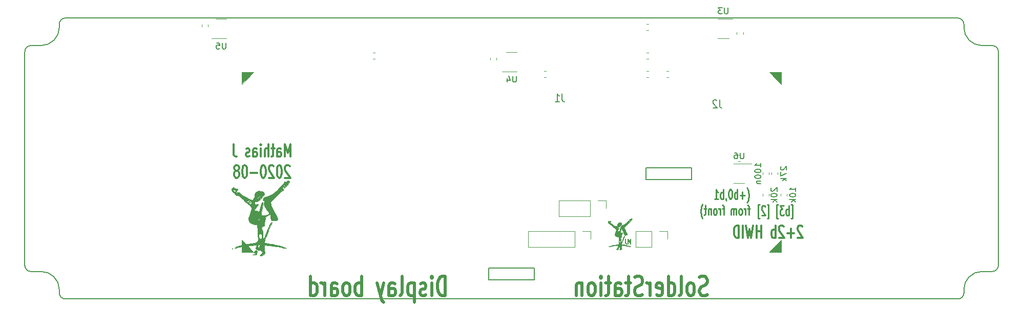
<source format=gbr>
%TF.GenerationSoftware,KiCad,Pcbnew,5.1.9-73d0e3b20d~88~ubuntu18.04.1*%
%TF.CreationDate,2020-12-31T14:23:56+01:00*%
%TF.ProjectId,ss_frontpanel_inner_plate,73735f66-726f-46e7-9470-616e656c5f69,rev?*%
%TF.SameCoordinates,Original*%
%TF.FileFunction,Legend,Bot*%
%TF.FilePolarity,Positive*%
%FSLAX46Y46*%
G04 Gerber Fmt 4.6, Leading zero omitted, Abs format (unit mm)*
G04 Created by KiCad (PCBNEW 5.1.9-73d0e3b20d~88~ubuntu18.04.1) date 2020-12-31 14:23:56*
%MOMM*%
%LPD*%
G01*
G04 APERTURE LIST*
%ADD10C,0.350000*%
%ADD11C,0.500000*%
%ADD12C,0.250000*%
%ADD13C,0.300000*%
%ADD14C,0.150000*%
%ADD15C,0.120000*%
%ADD16C,0.100000*%
%ADD17C,0.010000*%
%ADD18C,0.200000*%
G04 APERTURE END LIST*
D10*
X113483333Y-74200000D02*
X113483333Y-72100000D01*
X113016666Y-73600000D01*
X112550000Y-72100000D01*
X112550000Y-74200000D01*
X111283333Y-74200000D02*
X111283333Y-73100000D01*
X111350000Y-72900000D01*
X111483333Y-72800000D01*
X111750000Y-72800000D01*
X111883333Y-72900000D01*
X111283333Y-74100000D02*
X111416666Y-74200000D01*
X111750000Y-74200000D01*
X111883333Y-74100000D01*
X111950000Y-73900000D01*
X111950000Y-73700000D01*
X111883333Y-73500000D01*
X111750000Y-73400000D01*
X111416666Y-73400000D01*
X111283333Y-73300000D01*
X110816666Y-72800000D02*
X110283333Y-72800000D01*
X110616666Y-72100000D02*
X110616666Y-73900000D01*
X110550000Y-74100000D01*
X110416666Y-74200000D01*
X110283333Y-74200000D01*
X109816666Y-74200000D02*
X109816666Y-72100000D01*
X109216666Y-74200000D02*
X109216666Y-73100000D01*
X109283333Y-72900000D01*
X109416666Y-72800000D01*
X109616666Y-72800000D01*
X109750000Y-72900000D01*
X109816666Y-73000000D01*
X108550000Y-74200000D02*
X108550000Y-72800000D01*
X108550000Y-72100000D02*
X108616666Y-72200000D01*
X108550000Y-72300000D01*
X108483333Y-72200000D01*
X108550000Y-72100000D01*
X108550000Y-72300000D01*
X107283333Y-74200000D02*
X107283333Y-73100000D01*
X107350000Y-72900000D01*
X107483333Y-72800000D01*
X107750000Y-72800000D01*
X107883333Y-72900000D01*
X107283333Y-74100000D02*
X107416666Y-74200000D01*
X107750000Y-74200000D01*
X107883333Y-74100000D01*
X107950000Y-73900000D01*
X107950000Y-73700000D01*
X107883333Y-73500000D01*
X107750000Y-73400000D01*
X107416666Y-73400000D01*
X107283333Y-73300000D01*
X106683333Y-74100000D02*
X106550000Y-74200000D01*
X106283333Y-74200000D01*
X106150000Y-74100000D01*
X106083333Y-73900000D01*
X106083333Y-73800000D01*
X106150000Y-73600000D01*
X106283333Y-73500000D01*
X106483333Y-73500000D01*
X106616666Y-73400000D01*
X106683333Y-73200000D01*
X106683333Y-73100000D01*
X106616666Y-72900000D01*
X106483333Y-72800000D01*
X106283333Y-72800000D01*
X106150000Y-72900000D01*
X104016666Y-72100000D02*
X104016666Y-73600000D01*
X104083333Y-73900000D01*
X104216666Y-74100000D01*
X104416666Y-74200000D01*
X104550000Y-74200000D01*
X113350000Y-75800000D02*
X113283333Y-75700000D01*
X113150000Y-75600000D01*
X112816666Y-75600000D01*
X112683333Y-75700000D01*
X112616666Y-75800000D01*
X112550000Y-76000000D01*
X112550000Y-76200000D01*
X112616666Y-76500000D01*
X113416666Y-77700000D01*
X112550000Y-77700000D01*
X111683333Y-75600000D02*
X111550000Y-75600000D01*
X111416666Y-75700000D01*
X111350000Y-75800000D01*
X111283333Y-76000000D01*
X111216666Y-76400000D01*
X111216666Y-76900000D01*
X111283333Y-77300000D01*
X111350000Y-77500000D01*
X111416666Y-77600000D01*
X111550000Y-77700000D01*
X111683333Y-77700000D01*
X111816666Y-77600000D01*
X111883333Y-77500000D01*
X111950000Y-77300000D01*
X112016666Y-76900000D01*
X112016666Y-76400000D01*
X111950000Y-76000000D01*
X111883333Y-75800000D01*
X111816666Y-75700000D01*
X111683333Y-75600000D01*
X110683333Y-75800000D02*
X110616666Y-75700000D01*
X110483333Y-75600000D01*
X110150000Y-75600000D01*
X110016666Y-75700000D01*
X109950000Y-75800000D01*
X109883333Y-76000000D01*
X109883333Y-76200000D01*
X109950000Y-76500000D01*
X110750000Y-77700000D01*
X109883333Y-77700000D01*
X109016666Y-75600000D02*
X108883333Y-75600000D01*
X108750000Y-75700000D01*
X108683333Y-75800000D01*
X108616666Y-76000000D01*
X108550000Y-76400000D01*
X108550000Y-76900000D01*
X108616666Y-77300000D01*
X108683333Y-77500000D01*
X108750000Y-77600000D01*
X108883333Y-77700000D01*
X109016666Y-77700000D01*
X109150000Y-77600000D01*
X109216666Y-77500000D01*
X109283333Y-77300000D01*
X109350000Y-76900000D01*
X109350000Y-76400000D01*
X109283333Y-76000000D01*
X109216666Y-75800000D01*
X109150000Y-75700000D01*
X109016666Y-75600000D01*
X107950000Y-76900000D02*
X106883333Y-76900000D01*
X105950000Y-75600000D02*
X105816666Y-75600000D01*
X105683333Y-75700000D01*
X105616666Y-75800000D01*
X105550000Y-76000000D01*
X105483333Y-76400000D01*
X105483333Y-76900000D01*
X105550000Y-77300000D01*
X105616666Y-77500000D01*
X105683333Y-77600000D01*
X105816666Y-77700000D01*
X105950000Y-77700000D01*
X106083333Y-77600000D01*
X106150000Y-77500000D01*
X106216666Y-77300000D01*
X106283333Y-76900000D01*
X106283333Y-76400000D01*
X106216666Y-76000000D01*
X106150000Y-75800000D01*
X106083333Y-75700000D01*
X105950000Y-75600000D01*
X104683333Y-76500000D02*
X104816666Y-76400000D01*
X104883333Y-76300000D01*
X104950000Y-76100000D01*
X104950000Y-76000000D01*
X104883333Y-75800000D01*
X104816666Y-75700000D01*
X104683333Y-75600000D01*
X104416666Y-75600000D01*
X104283333Y-75700000D01*
X104216666Y-75800000D01*
X104150000Y-76000000D01*
X104150000Y-76100000D01*
X104216666Y-76300000D01*
X104283333Y-76400000D01*
X104416666Y-76500000D01*
X104683333Y-76500000D01*
X104816666Y-76600000D01*
X104883333Y-76700000D01*
X104950000Y-76900000D01*
X104950000Y-77300000D01*
X104883333Y-77500000D01*
X104816666Y-77600000D01*
X104683333Y-77700000D01*
X104416666Y-77700000D01*
X104283333Y-77600000D01*
X104216666Y-77500000D01*
X104150000Y-77300000D01*
X104150000Y-76900000D01*
X104216666Y-76700000D01*
X104283333Y-76600000D01*
X104416666Y-76500000D01*
D11*
X182339285Y-97045238D02*
X182017857Y-97197619D01*
X181482142Y-97197619D01*
X181267857Y-97045238D01*
X181160714Y-96892857D01*
X181053571Y-96588095D01*
X181053571Y-96283333D01*
X181160714Y-95978571D01*
X181267857Y-95826190D01*
X181482142Y-95673809D01*
X181910714Y-95521428D01*
X182125000Y-95369047D01*
X182232142Y-95216666D01*
X182339285Y-94911904D01*
X182339285Y-94607142D01*
X182232142Y-94302380D01*
X182125000Y-94150000D01*
X181910714Y-93997619D01*
X181375000Y-93997619D01*
X181053571Y-94150000D01*
X179767857Y-97197619D02*
X179982142Y-97045238D01*
X180089285Y-96892857D01*
X180196428Y-96588095D01*
X180196428Y-95673809D01*
X180089285Y-95369047D01*
X179982142Y-95216666D01*
X179767857Y-95064285D01*
X179446428Y-95064285D01*
X179232142Y-95216666D01*
X179125000Y-95369047D01*
X179017857Y-95673809D01*
X179017857Y-96588095D01*
X179125000Y-96892857D01*
X179232142Y-97045238D01*
X179446428Y-97197619D01*
X179767857Y-97197619D01*
X177732142Y-97197619D02*
X177946428Y-97045238D01*
X178053571Y-96740476D01*
X178053571Y-93997619D01*
X175910714Y-97197619D02*
X175910714Y-93997619D01*
X175910714Y-97045238D02*
X176125000Y-97197619D01*
X176553571Y-97197619D01*
X176767857Y-97045238D01*
X176875000Y-96892857D01*
X176982142Y-96588095D01*
X176982142Y-95673809D01*
X176875000Y-95369047D01*
X176767857Y-95216666D01*
X176553571Y-95064285D01*
X176125000Y-95064285D01*
X175910714Y-95216666D01*
X173982142Y-97045238D02*
X174196428Y-97197619D01*
X174625000Y-97197619D01*
X174839285Y-97045238D01*
X174946428Y-96740476D01*
X174946428Y-95521428D01*
X174839285Y-95216666D01*
X174625000Y-95064285D01*
X174196428Y-95064285D01*
X173982142Y-95216666D01*
X173875000Y-95521428D01*
X173875000Y-95826190D01*
X174946428Y-96130952D01*
X172910714Y-97197619D02*
X172910714Y-95064285D01*
X172910714Y-95673809D02*
X172803571Y-95369047D01*
X172696428Y-95216666D01*
X172482142Y-95064285D01*
X172267857Y-95064285D01*
X171625000Y-97045238D02*
X171303571Y-97197619D01*
X170767857Y-97197619D01*
X170553571Y-97045238D01*
X170446428Y-96892857D01*
X170339285Y-96588095D01*
X170339285Y-96283333D01*
X170446428Y-95978571D01*
X170553571Y-95826190D01*
X170767857Y-95673809D01*
X171196428Y-95521428D01*
X171410714Y-95369047D01*
X171517857Y-95216666D01*
X171625000Y-94911904D01*
X171625000Y-94607142D01*
X171517857Y-94302380D01*
X171410714Y-94150000D01*
X171196428Y-93997619D01*
X170660714Y-93997619D01*
X170339285Y-94150000D01*
X169696428Y-95064285D02*
X168839285Y-95064285D01*
X169375000Y-93997619D02*
X169375000Y-96740476D01*
X169267857Y-97045238D01*
X169053571Y-97197619D01*
X168839285Y-97197619D01*
X167125000Y-97197619D02*
X167125000Y-95521428D01*
X167232142Y-95216666D01*
X167446428Y-95064285D01*
X167875000Y-95064285D01*
X168089285Y-95216666D01*
X167125000Y-97045238D02*
X167339285Y-97197619D01*
X167875000Y-97197619D01*
X168089285Y-97045238D01*
X168196428Y-96740476D01*
X168196428Y-96435714D01*
X168089285Y-96130952D01*
X167875000Y-95978571D01*
X167339285Y-95978571D01*
X167125000Y-95826190D01*
X166375000Y-95064285D02*
X165517857Y-95064285D01*
X166053571Y-93997619D02*
X166053571Y-96740476D01*
X165946428Y-97045238D01*
X165732142Y-97197619D01*
X165517857Y-97197619D01*
X164767857Y-97197619D02*
X164767857Y-95064285D01*
X164767857Y-93997619D02*
X164875000Y-94150000D01*
X164767857Y-94302380D01*
X164660714Y-94150000D01*
X164767857Y-93997619D01*
X164767857Y-94302380D01*
X163375000Y-97197619D02*
X163589285Y-97045238D01*
X163696428Y-96892857D01*
X163803571Y-96588095D01*
X163803571Y-95673809D01*
X163696428Y-95369047D01*
X163589285Y-95216666D01*
X163375000Y-95064285D01*
X163053571Y-95064285D01*
X162839285Y-95216666D01*
X162732142Y-95369047D01*
X162625000Y-95673809D01*
X162625000Y-96588095D01*
X162732142Y-96892857D01*
X162839285Y-97045238D01*
X163053571Y-97197619D01*
X163375000Y-97197619D01*
X161660714Y-95064285D02*
X161660714Y-97197619D01*
X161660714Y-95369047D02*
X161553571Y-95216666D01*
X161339285Y-95064285D01*
X161017857Y-95064285D01*
X160803571Y-95216666D01*
X160696428Y-95521428D01*
X160696428Y-97197619D01*
X139053571Y-97197619D02*
X139053571Y-93997619D01*
X138517857Y-93997619D01*
X138196428Y-94150000D01*
X137982142Y-94454761D01*
X137875000Y-94759523D01*
X137767857Y-95369047D01*
X137767857Y-95826190D01*
X137875000Y-96435714D01*
X137982142Y-96740476D01*
X138196428Y-97045238D01*
X138517857Y-97197619D01*
X139053571Y-97197619D01*
X136803571Y-97197619D02*
X136803571Y-95064285D01*
X136803571Y-93997619D02*
X136910714Y-94150000D01*
X136803571Y-94302380D01*
X136696428Y-94150000D01*
X136803571Y-93997619D01*
X136803571Y-94302380D01*
X135839285Y-97045238D02*
X135625000Y-97197619D01*
X135196428Y-97197619D01*
X134982142Y-97045238D01*
X134875000Y-96740476D01*
X134875000Y-96588095D01*
X134982142Y-96283333D01*
X135196428Y-96130952D01*
X135517857Y-96130952D01*
X135732142Y-95978571D01*
X135839285Y-95673809D01*
X135839285Y-95521428D01*
X135732142Y-95216666D01*
X135517857Y-95064285D01*
X135196428Y-95064285D01*
X134982142Y-95216666D01*
X133910714Y-95064285D02*
X133910714Y-98264285D01*
X133910714Y-95216666D02*
X133696428Y-95064285D01*
X133267857Y-95064285D01*
X133053571Y-95216666D01*
X132946428Y-95369047D01*
X132839285Y-95673809D01*
X132839285Y-96588095D01*
X132946428Y-96892857D01*
X133053571Y-97045238D01*
X133267857Y-97197619D01*
X133696428Y-97197619D01*
X133910714Y-97045238D01*
X131553571Y-97197619D02*
X131767857Y-97045238D01*
X131875000Y-96740476D01*
X131875000Y-93997619D01*
X129732142Y-97197619D02*
X129732142Y-95521428D01*
X129839285Y-95216666D01*
X130053571Y-95064285D01*
X130482142Y-95064285D01*
X130696428Y-95216666D01*
X129732142Y-97045238D02*
X129946428Y-97197619D01*
X130482142Y-97197619D01*
X130696428Y-97045238D01*
X130803571Y-96740476D01*
X130803571Y-96435714D01*
X130696428Y-96130952D01*
X130482142Y-95978571D01*
X129946428Y-95978571D01*
X129732142Y-95826190D01*
X128875000Y-95064285D02*
X128339285Y-97197619D01*
X127803571Y-95064285D02*
X128339285Y-97197619D01*
X128553571Y-97959523D01*
X128660714Y-98111904D01*
X128875000Y-98264285D01*
X125232142Y-97197619D02*
X125232142Y-93997619D01*
X125232142Y-95216666D02*
X125017857Y-95064285D01*
X124589285Y-95064285D01*
X124375000Y-95216666D01*
X124267857Y-95369047D01*
X124160714Y-95673809D01*
X124160714Y-96588095D01*
X124267857Y-96892857D01*
X124375000Y-97045238D01*
X124589285Y-97197619D01*
X125017857Y-97197619D01*
X125232142Y-97045238D01*
X122875000Y-97197619D02*
X123089285Y-97045238D01*
X123196428Y-96892857D01*
X123303571Y-96588095D01*
X123303571Y-95673809D01*
X123196428Y-95369047D01*
X123089285Y-95216666D01*
X122875000Y-95064285D01*
X122553571Y-95064285D01*
X122339285Y-95216666D01*
X122232142Y-95369047D01*
X122125000Y-95673809D01*
X122125000Y-96588095D01*
X122232142Y-96892857D01*
X122339285Y-97045238D01*
X122553571Y-97197619D01*
X122875000Y-97197619D01*
X120196428Y-97197619D02*
X120196428Y-95521428D01*
X120303571Y-95216666D01*
X120517857Y-95064285D01*
X120946428Y-95064285D01*
X121160714Y-95216666D01*
X120196428Y-97045238D02*
X120410714Y-97197619D01*
X120946428Y-97197619D01*
X121160714Y-97045238D01*
X121267857Y-96740476D01*
X121267857Y-96435714D01*
X121160714Y-96130952D01*
X120946428Y-95978571D01*
X120410714Y-95978571D01*
X120196428Y-95826190D01*
X119125000Y-97197619D02*
X119125000Y-95064285D01*
X119125000Y-95673809D02*
X119017857Y-95369047D01*
X118910714Y-95216666D01*
X118696428Y-95064285D01*
X118482142Y-95064285D01*
X116767857Y-97197619D02*
X116767857Y-93997619D01*
X116767857Y-97045238D02*
X116982142Y-97197619D01*
X117410714Y-97197619D01*
X117625000Y-97045238D01*
X117732142Y-96892857D01*
X117839285Y-96588095D01*
X117839285Y-95673809D01*
X117732142Y-95369047D01*
X117625000Y-95216666D01*
X117410714Y-95064285D01*
X116982142Y-95064285D01*
X116767857Y-95216666D01*
D12*
X188923809Y-81808333D02*
X188971428Y-81732142D01*
X189066666Y-81503571D01*
X189114285Y-81351190D01*
X189161904Y-81122619D01*
X189209523Y-80741666D01*
X189209523Y-80436904D01*
X189161904Y-80055952D01*
X189114285Y-79827380D01*
X189066666Y-79675000D01*
X188971428Y-79446428D01*
X188923809Y-79370238D01*
X188542857Y-80589285D02*
X187780952Y-80589285D01*
X188161904Y-81198809D02*
X188161904Y-79979761D01*
X187304761Y-81198809D02*
X187304761Y-79598809D01*
X187304761Y-80208333D02*
X187209523Y-80132142D01*
X187019047Y-80132142D01*
X186923809Y-80208333D01*
X186876190Y-80284523D01*
X186828571Y-80436904D01*
X186828571Y-80894047D01*
X186876190Y-81046428D01*
X186923809Y-81122619D01*
X187019047Y-81198809D01*
X187209523Y-81198809D01*
X187304761Y-81122619D01*
X186209523Y-79598809D02*
X186114285Y-79598809D01*
X186019047Y-79675000D01*
X185971428Y-79751190D01*
X185923809Y-79903571D01*
X185876190Y-80208333D01*
X185876190Y-80589285D01*
X185923809Y-80894047D01*
X185971428Y-81046428D01*
X186019047Y-81122619D01*
X186114285Y-81198809D01*
X186209523Y-81198809D01*
X186304761Y-81122619D01*
X186352380Y-81046428D01*
X186400000Y-80894047D01*
X186447619Y-80589285D01*
X186447619Y-80208333D01*
X186400000Y-79903571D01*
X186352380Y-79751190D01*
X186304761Y-79675000D01*
X186209523Y-79598809D01*
X185400000Y-81122619D02*
X185400000Y-81198809D01*
X185447619Y-81351190D01*
X185495238Y-81427380D01*
X184971428Y-81198809D02*
X184971428Y-79598809D01*
X184971428Y-80208333D02*
X184876190Y-80132142D01*
X184685714Y-80132142D01*
X184590476Y-80208333D01*
X184542857Y-80284523D01*
X184495238Y-80436904D01*
X184495238Y-80894047D01*
X184542857Y-81046428D01*
X184590476Y-81122619D01*
X184685714Y-81198809D01*
X184876190Y-81198809D01*
X184971428Y-81122619D01*
X183542857Y-81198809D02*
X184114285Y-81198809D01*
X183828571Y-81198809D02*
X183828571Y-79598809D01*
X183923809Y-79827380D01*
X184019047Y-79979761D01*
X184114285Y-80055952D01*
X189376190Y-82782142D02*
X188995238Y-82782142D01*
X189233333Y-83848809D02*
X189233333Y-82477380D01*
X189185714Y-82325000D01*
X189090476Y-82248809D01*
X188995238Y-82248809D01*
X188661904Y-83848809D02*
X188661904Y-82782142D01*
X188661904Y-83086904D02*
X188614285Y-82934523D01*
X188566666Y-82858333D01*
X188471428Y-82782142D01*
X188376190Y-82782142D01*
X187900000Y-83848809D02*
X187995238Y-83772619D01*
X188042857Y-83696428D01*
X188090476Y-83544047D01*
X188090476Y-83086904D01*
X188042857Y-82934523D01*
X187995238Y-82858333D01*
X187900000Y-82782142D01*
X187757142Y-82782142D01*
X187661904Y-82858333D01*
X187614285Y-82934523D01*
X187566666Y-83086904D01*
X187566666Y-83544047D01*
X187614285Y-83696428D01*
X187661904Y-83772619D01*
X187757142Y-83848809D01*
X187900000Y-83848809D01*
X187138095Y-83848809D02*
X187138095Y-82782142D01*
X187138095Y-82934523D02*
X187090476Y-82858333D01*
X186995238Y-82782142D01*
X186852380Y-82782142D01*
X186757142Y-82858333D01*
X186709523Y-83010714D01*
X186709523Y-83848809D01*
X186709523Y-83010714D02*
X186661904Y-82858333D01*
X186566666Y-82782142D01*
X186423809Y-82782142D01*
X186328571Y-82858333D01*
X186280952Y-83010714D01*
X186280952Y-83848809D01*
X185185714Y-82782142D02*
X184804761Y-82782142D01*
X185042857Y-83848809D02*
X185042857Y-82477380D01*
X184995238Y-82325000D01*
X184900000Y-82248809D01*
X184804761Y-82248809D01*
X184471428Y-83848809D02*
X184471428Y-82782142D01*
X184471428Y-83086904D02*
X184423809Y-82934523D01*
X184376190Y-82858333D01*
X184280952Y-82782142D01*
X184185714Y-82782142D01*
X183709523Y-83848809D02*
X183804761Y-83772619D01*
X183852380Y-83696428D01*
X183900000Y-83544047D01*
X183900000Y-83086904D01*
X183852380Y-82934523D01*
X183804761Y-82858333D01*
X183709523Y-82782142D01*
X183566666Y-82782142D01*
X183471428Y-82858333D01*
X183423809Y-82934523D01*
X183376190Y-83086904D01*
X183376190Y-83544047D01*
X183423809Y-83696428D01*
X183471428Y-83772619D01*
X183566666Y-83848809D01*
X183709523Y-83848809D01*
X182947619Y-82782142D02*
X182947619Y-83848809D01*
X182947619Y-82934523D02*
X182900000Y-82858333D01*
X182804761Y-82782142D01*
X182661904Y-82782142D01*
X182566666Y-82858333D01*
X182519047Y-83010714D01*
X182519047Y-83848809D01*
X182185714Y-82782142D02*
X181804761Y-82782142D01*
X182042857Y-82248809D02*
X182042857Y-83620238D01*
X181995238Y-83772619D01*
X181900000Y-83848809D01*
X181804761Y-83848809D01*
X181566666Y-84458333D02*
X181519047Y-84382142D01*
X181423809Y-84153571D01*
X181376190Y-84001190D01*
X181328571Y-83772619D01*
X181280952Y-83391666D01*
X181280952Y-83086904D01*
X181328571Y-82705952D01*
X181376190Y-82477380D01*
X181423809Y-82325000D01*
X181519047Y-82096428D01*
X181566666Y-82020238D01*
X196195238Y-84457142D02*
X196433333Y-84457142D01*
X196433333Y-82171428D01*
X196195238Y-82171428D01*
X195814285Y-83923809D02*
X195814285Y-82323809D01*
X195814285Y-82933333D02*
X195719047Y-82857142D01*
X195528571Y-82857142D01*
X195433333Y-82933333D01*
X195385714Y-83009523D01*
X195338095Y-83161904D01*
X195338095Y-83619047D01*
X195385714Y-83771428D01*
X195433333Y-83847619D01*
X195528571Y-83923809D01*
X195719047Y-83923809D01*
X195814285Y-83847619D01*
X195004761Y-82323809D02*
X194385714Y-82323809D01*
X194719047Y-82933333D01*
X194576190Y-82933333D01*
X194480952Y-83009523D01*
X194433333Y-83085714D01*
X194385714Y-83238095D01*
X194385714Y-83619047D01*
X194433333Y-83771428D01*
X194480952Y-83847619D01*
X194576190Y-83923809D01*
X194861904Y-83923809D01*
X194957142Y-83847619D01*
X195004761Y-83771428D01*
X194052380Y-84457142D02*
X193814285Y-84457142D01*
X193814285Y-82171428D01*
X194052380Y-82171428D01*
X192242857Y-84457142D02*
X192480952Y-84457142D01*
X192480952Y-82171428D01*
X192242857Y-82171428D01*
X191909523Y-82476190D02*
X191861904Y-82400000D01*
X191766666Y-82323809D01*
X191528571Y-82323809D01*
X191433333Y-82400000D01*
X191385714Y-82476190D01*
X191338095Y-82628571D01*
X191338095Y-82780952D01*
X191385714Y-83009523D01*
X191957142Y-83923809D01*
X191338095Y-83923809D01*
X191004761Y-84457142D02*
X190766666Y-84457142D01*
X190766666Y-82171428D01*
X191004761Y-82171428D01*
D13*
X198066666Y-85795238D02*
X198000000Y-85700000D01*
X197866666Y-85604761D01*
X197533333Y-85604761D01*
X197400000Y-85700000D01*
X197333333Y-85795238D01*
X197266666Y-85985714D01*
X197266666Y-86176190D01*
X197333333Y-86461904D01*
X198133333Y-87604761D01*
X197266666Y-87604761D01*
X196666666Y-86842857D02*
X195600000Y-86842857D01*
X196133333Y-87604761D02*
X196133333Y-86080952D01*
X195000000Y-85795238D02*
X194933333Y-85700000D01*
X194800000Y-85604761D01*
X194466666Y-85604761D01*
X194333333Y-85700000D01*
X194266666Y-85795238D01*
X194200000Y-85985714D01*
X194200000Y-86176190D01*
X194266666Y-86461904D01*
X195066666Y-87604761D01*
X194200000Y-87604761D01*
X193600000Y-87604761D02*
X193600000Y-85604761D01*
X193600000Y-86366666D02*
X193466666Y-86271428D01*
X193200000Y-86271428D01*
X193066666Y-86366666D01*
X193000000Y-86461904D01*
X192933333Y-86652380D01*
X192933333Y-87223809D01*
X193000000Y-87414285D01*
X193066666Y-87509523D01*
X193200000Y-87604761D01*
X193466666Y-87604761D01*
X193600000Y-87509523D01*
X191266666Y-87604761D02*
X191266666Y-85604761D01*
X191266666Y-86557142D02*
X190466666Y-86557142D01*
X190466666Y-87604761D02*
X190466666Y-85604761D01*
X189933333Y-85604761D02*
X189600000Y-87604761D01*
X189333333Y-86176190D01*
X189066666Y-87604761D01*
X188733333Y-85604761D01*
X188200000Y-87604761D02*
X188200000Y-85604761D01*
X187533333Y-87604761D02*
X187533333Y-85604761D01*
X187200000Y-85604761D01*
X187000000Y-85700000D01*
X186866666Y-85890476D01*
X186800000Y-86080952D01*
X186733333Y-86461904D01*
X186733333Y-86747619D01*
X186800000Y-87128571D01*
X186866666Y-87319047D01*
X187000000Y-87509523D01*
X187200000Y-87604761D01*
X187533333Y-87604761D01*
D14*
X169678571Y-88611904D02*
X169678571Y-87811904D01*
X169478571Y-88383333D01*
X169278571Y-87811904D01*
X169278571Y-88611904D01*
X168821428Y-87811904D02*
X168821428Y-88383333D01*
X168850000Y-88497619D01*
X168907142Y-88573809D01*
X168992857Y-88611904D01*
X169050000Y-88611904D01*
X75250000Y-52800000D02*
G75*
G02*
X72250000Y-55800000I-3000000J0D01*
G01*
X152750000Y-97750000D02*
X223750000Y-97750000D01*
X69550000Y-56800000D02*
G75*
G02*
X70550000Y-55800000I1000000J0D01*
G01*
X76250000Y-97750001D02*
X147250000Y-97750000D01*
X224750000Y-52800000D02*
X224750000Y-52250000D01*
X229450000Y-55800000D02*
X227750000Y-55800000D01*
X147250001Y-51250001D02*
X76250000Y-51250000D01*
X227750000Y-93200000D02*
X229450000Y-93200000D01*
X76250000Y-97750001D02*
G75*
G02*
X75250000Y-96750001I0J1000000D01*
G01*
X75250000Y-52250000D02*
G75*
G02*
X76250000Y-51250000I1000000J0D01*
G01*
X223750000Y-51250000D02*
X152750000Y-51250001D01*
X69550000Y-56800000D02*
X69550000Y-92200000D01*
X224750000Y-96200000D02*
G75*
G02*
X227750000Y-93200000I3000000J0D01*
G01*
X227750000Y-55800000D02*
G75*
G02*
X224750000Y-52800000I0J3000000D01*
G01*
X70550000Y-93200000D02*
G75*
G02*
X69550000Y-92200000I0J1000000D01*
G01*
X75250000Y-96200001D02*
X75250000Y-96750001D01*
X230450000Y-92200000D02*
X230450000Y-56800000D01*
X224750000Y-96750000D02*
X224750000Y-96200001D01*
X230450000Y-92200000D02*
G75*
G02*
X229450000Y-93200000I-1000000J0D01*
G01*
X152750000Y-51250001D02*
X147250001Y-51250001D01*
X223750000Y-51250000D02*
G75*
G02*
X224750000Y-52250000I0J-1000000D01*
G01*
X75250000Y-52250000D02*
X75250000Y-52800000D01*
X224750000Y-96750000D02*
G75*
G02*
X223750000Y-97750000I-1000000J0D01*
G01*
X72250000Y-55800000D02*
X70550000Y-55800000D01*
X72250000Y-93200001D02*
G75*
G02*
X75250000Y-96200001I0J-3000000D01*
G01*
X70550000Y-93200000D02*
X72250000Y-93200000D01*
X229450000Y-55800000D02*
G75*
G02*
X230450000Y-56800000I0J-1000000D01*
G01*
X147250000Y-97750000D02*
X152750000Y-97750000D01*
D15*
%TO.C,C13*%
X187437221Y-73890000D02*
X187762779Y-73890000D01*
X187437221Y-74910000D02*
X187762779Y-74910000D01*
%TO.C,U6*%
X186700000Y-75390000D02*
X189650000Y-75390000D01*
X188500000Y-78610000D02*
X186700000Y-78610000D01*
D16*
%TO.C,OLED1*%
G36*
X105400000Y-88000000D02*
G01*
X105400000Y-90000000D01*
X107400000Y-90000000D01*
X105400000Y-88000000D01*
G37*
X105400000Y-88000000D02*
X105400000Y-90000000D01*
X107400000Y-90000000D01*
X105400000Y-88000000D01*
G36*
X107400000Y-60200000D02*
G01*
X105400000Y-60200000D01*
X105400000Y-62200000D01*
X107400000Y-60200000D01*
G37*
X107400000Y-60200000D02*
X105400000Y-60200000D01*
X105400000Y-62200000D01*
X107400000Y-60200000D01*
G36*
X194600000Y-62200000D02*
G01*
X194600000Y-60200000D01*
X192600000Y-60200000D01*
X194600000Y-62200000D01*
G37*
X194600000Y-62200000D02*
X194600000Y-60200000D01*
X192600000Y-60200000D01*
X194600000Y-62200000D01*
G36*
X192600000Y-90000000D02*
G01*
X194600000Y-90000000D01*
X194600000Y-88000000D01*
X192600000Y-90000000D01*
G37*
X192600000Y-90000000D02*
X194600000Y-90000000D01*
X194600000Y-88000000D01*
X192600000Y-90000000D01*
D17*
%TO.C,Logo4*%
G36*
X112892692Y-78265609D02*
G01*
X112876150Y-78289658D01*
X112702665Y-78373218D01*
X112614654Y-78357143D01*
X112458754Y-78353207D01*
X112437001Y-78396040D01*
X112350862Y-78551178D01*
X112122797Y-78830781D01*
X111798332Y-79187914D01*
X111422994Y-79575644D01*
X111042309Y-79947038D01*
X110701805Y-80255161D01*
X110447008Y-80453080D01*
X110433087Y-80461886D01*
X110043944Y-80644533D01*
X109654596Y-80744171D01*
X109622433Y-80747103D01*
X109334526Y-80825678D01*
X109089762Y-80986209D01*
X108926801Y-81177508D01*
X108884303Y-81348384D01*
X109000927Y-81447648D01*
X109087051Y-81456000D01*
X109221735Y-81489928D01*
X109148852Y-81629648D01*
X109136369Y-81644850D01*
X109037181Y-81942974D01*
X109147538Y-82354270D01*
X109470344Y-82887901D01*
X109575011Y-83028989D01*
X109797360Y-83347227D01*
X109919965Y-83577614D01*
X109924293Y-83657082D01*
X109617949Y-83785112D01*
X109239179Y-83887412D01*
X108897543Y-83939322D01*
X108723131Y-83927447D01*
X108621535Y-83859994D01*
X108593858Y-83742000D01*
X108246000Y-83742000D01*
X108199533Y-83846535D01*
X108161334Y-83826666D01*
X108146134Y-83675947D01*
X108161334Y-83657333D01*
X108236835Y-83674766D01*
X108246000Y-83742000D01*
X108593858Y-83742000D01*
X108589108Y-83721752D01*
X108624882Y-83451755D01*
X108709488Y-83067571D01*
X108802087Y-82584168D01*
X108852917Y-82142499D01*
X108854493Y-81901325D01*
X108826324Y-81701550D01*
X108783423Y-81682658D01*
X108703808Y-81867047D01*
X108606024Y-82154500D01*
X108464964Y-82604187D01*
X108347548Y-83019575D01*
X108310833Y-83168704D01*
X108242590Y-83412807D01*
X108174135Y-83433822D01*
X108096773Y-83316771D01*
X107912280Y-83152223D01*
X107645556Y-83166416D01*
X107479392Y-83199794D01*
X107427255Y-83162479D01*
X107499889Y-83013642D01*
X107708036Y-82712453D01*
X107798031Y-82586952D01*
X107961760Y-82345000D01*
X107230000Y-82345000D01*
X107183533Y-82449535D01*
X107145334Y-82429666D01*
X107130134Y-82278947D01*
X107145334Y-82260333D01*
X107220835Y-82277766D01*
X107230000Y-82345000D01*
X107961760Y-82345000D01*
X108041699Y-82226870D01*
X108126810Y-82040607D01*
X108061027Y-82009923D01*
X108036936Y-82018262D01*
X107729044Y-82115054D01*
X107576784Y-82072655D01*
X107541371Y-81964000D01*
X107357000Y-81964000D01*
X107310533Y-82068535D01*
X107272334Y-82048666D01*
X107263500Y-81961070D01*
X106992684Y-81961070D01*
X106863661Y-82028213D01*
X106777295Y-82006777D01*
X106614403Y-81881620D01*
X106595000Y-81823412D01*
X106488842Y-81730312D01*
X106348496Y-81710000D01*
X106105854Y-81652386D01*
X106024400Y-81584454D01*
X106045474Y-81513598D01*
X106156722Y-81539460D01*
X106390493Y-81524012D01*
X106475134Y-81444457D01*
X106587127Y-81350386D01*
X106744447Y-81445374D01*
X106821237Y-81523941D01*
X106980583Y-81770559D01*
X106992684Y-81961070D01*
X107263500Y-81961070D01*
X107257134Y-81897947D01*
X107272334Y-81879333D01*
X107347835Y-81896766D01*
X107357000Y-81964000D01*
X107541371Y-81964000D01*
X107510411Y-81869010D01*
X107507590Y-81850873D01*
X107510915Y-81634064D01*
X107635433Y-81614227D01*
X107650446Y-81619695D01*
X107870433Y-81589916D01*
X108188573Y-81421582D01*
X108534041Y-81165774D01*
X108836008Y-80873574D01*
X108999183Y-80646975D01*
X109020082Y-80580151D01*
X108609945Y-80580151D01*
X108585979Y-80649284D01*
X108504410Y-80750914D01*
X108235291Y-80984540D01*
X108059910Y-81081156D01*
X107795118Y-81176506D01*
X107749878Y-81153565D01*
X107916468Y-81007456D01*
X107928500Y-80998155D01*
X108240060Y-80781858D01*
X108436500Y-80663901D01*
X108609945Y-80580151D01*
X109020082Y-80580151D01*
X109111730Y-80287120D01*
X108997319Y-80039066D01*
X108650913Y-79892483D01*
X108628941Y-79887938D01*
X108210844Y-79881502D01*
X107836350Y-80004080D01*
X107576104Y-80218685D01*
X107499577Y-80479206D01*
X107486352Y-80830855D01*
X107390216Y-81139223D01*
X107244132Y-81314111D01*
X107189692Y-81327151D01*
X106803886Y-81249882D01*
X106317844Y-81055540D01*
X105826920Y-80789101D01*
X105426469Y-80495541D01*
X105426312Y-80495400D01*
X105107997Y-80222403D01*
X104923529Y-80222403D01*
X104892628Y-80293377D01*
X104764752Y-80429717D01*
X104691237Y-80401749D01*
X104690000Y-80383995D01*
X104780206Y-80276576D01*
X104836623Y-80237372D01*
X104923529Y-80222403D01*
X105107997Y-80222403D01*
X105094275Y-80210635D01*
X104880916Y-80085454D01*
X104726419Y-80098732D01*
X104597202Y-80202598D01*
X104488003Y-80266621D01*
X104483459Y-80142774D01*
X104559935Y-79910371D01*
X104601658Y-79851009D01*
X104642664Y-79765627D01*
X104415142Y-79765627D01*
X104387442Y-79935333D01*
X104360084Y-79965582D01*
X104185744Y-80000318D01*
X104016436Y-79884301D01*
X103970334Y-79753459D01*
X104067220Y-79638426D01*
X104203167Y-79646737D01*
X104415142Y-79765627D01*
X104642664Y-79765627D01*
X104692810Y-79661216D01*
X104650611Y-79497841D01*
X104503176Y-79468516D01*
X104266626Y-79449079D01*
X104142773Y-79366629D01*
X103930954Y-79260112D01*
X103773990Y-79387756D01*
X103706690Y-79649400D01*
X103774452Y-79925968D01*
X103992440Y-80082535D01*
X104226342Y-80244897D01*
X104309000Y-80396885D01*
X104412257Y-80556594D01*
X104499500Y-80582875D01*
X104746426Y-80607341D01*
X104804927Y-80614625D01*
X104979706Y-80716104D01*
X105273048Y-80963518D01*
X105635452Y-81312355D01*
X105954045Y-81647917D01*
X106249113Y-81913980D01*
X106541331Y-82094422D01*
X106557295Y-82100806D01*
X106781441Y-82252263D01*
X106849000Y-82394773D01*
X106929895Y-82588289D01*
X106987004Y-82623834D01*
X107030678Y-82768267D01*
X106953043Y-83125036D01*
X106852072Y-83428167D01*
X106656402Y-83985705D01*
X106546185Y-84363451D01*
X106516782Y-84619103D01*
X106563554Y-84810353D01*
X106681863Y-84994898D01*
X106721941Y-85046579D01*
X106987199Y-85294464D01*
X107324100Y-85387011D01*
X107493218Y-85393000D01*
X107992000Y-85393000D01*
X107993945Y-86440750D01*
X108007328Y-86948303D01*
X108041154Y-87367394D01*
X108088874Y-87625347D01*
X108103668Y-87658540D01*
X108149114Y-87934994D01*
X108010415Y-88220431D01*
X107741151Y-88434378D01*
X107547500Y-88493826D01*
X106393061Y-88675395D01*
X105492235Y-88853360D01*
X104845200Y-89027686D01*
X104838153Y-89030031D01*
X104388416Y-89193140D01*
X104183392Y-89295394D01*
X104219661Y-89330207D01*
X104493803Y-89290993D01*
X104922169Y-89191780D01*
X105506163Y-89067248D01*
X106194355Y-88954791D01*
X106834254Y-88879115D01*
X107871396Y-88788644D01*
X107745222Y-89120507D01*
X107683838Y-89383345D01*
X107785036Y-89536364D01*
X107859824Y-89581229D01*
X108145306Y-89654070D01*
X108300300Y-89633456D01*
X108468953Y-89634273D01*
X108500000Y-89697412D01*
X108602644Y-89822053D01*
X108690500Y-89838000D01*
X108863116Y-89895140D01*
X108819151Y-90046677D01*
X108627000Y-90219000D01*
X108431997Y-90395278D01*
X108373000Y-90501036D01*
X108470159Y-90589922D01*
X108700671Y-90573550D01*
X108973091Y-90464904D01*
X109068332Y-90402310D01*
X109238841Y-90203252D01*
X109195332Y-89993599D01*
X109123768Y-89726374D01*
X109107508Y-89351593D01*
X109111845Y-89282687D01*
X109146571Y-88859353D01*
X108345662Y-88859353D01*
X108317735Y-89150771D01*
X108311519Y-89176673D01*
X108238237Y-89396711D01*
X108162902Y-89391625D01*
X108109015Y-89307646D01*
X108057145Y-89019606D01*
X108098038Y-88811478D01*
X108206762Y-88640010D01*
X108298987Y-88672534D01*
X108345662Y-88859353D01*
X109146571Y-88859353D01*
X109152189Y-88790874D01*
X110018906Y-88876278D01*
X110602606Y-88953237D01*
X111278887Y-89070682D01*
X111862228Y-89194357D01*
X112300719Y-89291296D01*
X112609391Y-89344801D01*
X112737875Y-89346712D01*
X112733167Y-89335486D01*
X112502370Y-89214963D01*
X112090711Y-89069207D01*
X111567461Y-88917129D01*
X111001893Y-88777639D01*
X110463279Y-88669647D01*
X110112314Y-88620041D01*
X109664053Y-88563143D01*
X109310676Y-88498322D01*
X109141906Y-88445267D01*
X109127262Y-88393050D01*
X108754000Y-88393050D01*
X108692223Y-88431064D01*
X108571080Y-88314000D01*
X108246000Y-88314000D01*
X108199533Y-88418535D01*
X108161334Y-88398666D01*
X108146134Y-88247947D01*
X108161334Y-88229333D01*
X108236835Y-88246766D01*
X108246000Y-88314000D01*
X108571080Y-88314000D01*
X108523393Y-88267920D01*
X108483801Y-88218750D01*
X108373965Y-88068319D01*
X108439732Y-88099855D01*
X108531750Y-88170800D01*
X108707640Y-88327467D01*
X108754000Y-88393050D01*
X109127262Y-88393050D01*
X109102948Y-88306360D01*
X109183552Y-87995520D01*
X109389497Y-87492072D01*
X109439153Y-87381970D01*
X109633572Y-86941359D01*
X109769960Y-86604766D01*
X109827377Y-86425112D01*
X109824136Y-86409000D01*
X109843985Y-86307240D01*
X109956026Y-86044274D01*
X110085361Y-85778221D01*
X110297727Y-85341923D01*
X110387899Y-85103789D01*
X110360488Y-85041903D01*
X110220997Y-85133608D01*
X110062245Y-85351694D01*
X109910239Y-85690119D01*
X109889343Y-85752408D01*
X109748671Y-86132988D01*
X109600377Y-86445945D01*
X109584603Y-86472500D01*
X109439872Y-86763766D01*
X109290731Y-87145271D01*
X109271992Y-87200981D01*
X109114163Y-87596311D01*
X108987634Y-87758813D01*
X108910096Y-87687087D01*
X108899238Y-87379733D01*
X108905731Y-87308583D01*
X108753911Y-87308583D01*
X108698397Y-87639250D01*
X108561238Y-87803421D01*
X108386835Y-87766978D01*
X108297378Y-87659386D01*
X108210104Y-87418989D01*
X108175628Y-87229114D01*
X108202012Y-87016061D01*
X108392461Y-86960929D01*
X108449156Y-86962978D01*
X108681647Y-87034948D01*
X108753060Y-87261594D01*
X108753911Y-87308583D01*
X108905731Y-87308583D01*
X108912958Y-87229401D01*
X108924177Y-86719900D01*
X108812757Y-86359484D01*
X108782912Y-86310534D01*
X108659873Y-86071923D01*
X108702854Y-85937514D01*
X108748563Y-85904360D01*
X108843439Y-85726749D01*
X108809392Y-85629449D01*
X108760412Y-85521637D01*
X108867091Y-85587975D01*
X108907521Y-85620342D01*
X109031495Y-85689604D01*
X109104668Y-85611445D01*
X109153483Y-85341339D01*
X109171478Y-85175842D01*
X109234445Y-84649352D01*
X109263483Y-84523488D01*
X108346300Y-84523488D01*
X108299182Y-84675593D01*
X108180292Y-84818467D01*
X108106957Y-84814056D01*
X108083535Y-84680540D01*
X108152015Y-84573595D01*
X108314360Y-84440071D01*
X108346300Y-84523488D01*
X109263483Y-84523488D01*
X109311465Y-84315523D01*
X109430333Y-84113391D01*
X109618845Y-83981988D01*
X109741018Y-83926646D01*
X110137277Y-83760031D01*
X110175889Y-84290765D01*
X110215693Y-84624924D01*
X110300769Y-84770199D01*
X110477891Y-84791705D01*
X110532000Y-84786497D01*
X110872240Y-84756695D01*
X111069250Y-84746666D01*
X111276211Y-84700996D01*
X111345994Y-84555548D01*
X111274735Y-84279583D01*
X111058566Y-83842360D01*
X110925953Y-83607266D01*
X110657836Y-83112476D01*
X110426249Y-82632314D01*
X110276623Y-82261732D01*
X110265975Y-82227944D01*
X110119641Y-81739523D01*
X111103711Y-80777548D01*
X111518524Y-80380092D01*
X111875304Y-80053084D01*
X112130326Y-79835717D01*
X112230641Y-79767439D01*
X112301279Y-79668654D01*
X112215852Y-79528217D01*
X112129255Y-79309676D01*
X112250370Y-79181007D01*
X112338662Y-79169999D01*
X112394698Y-79249060D01*
X112373501Y-79297000D01*
X112324555Y-79420242D01*
X112429682Y-79370040D01*
X112669843Y-79158827D01*
X112837051Y-78994265D01*
X112855066Y-78973761D01*
X112480725Y-78973761D01*
X112474534Y-79101981D01*
X112367033Y-79086444D01*
X112204089Y-79001155D01*
X112183000Y-78973407D01*
X112266233Y-78866771D01*
X112418273Y-78894737D01*
X112480725Y-78973761D01*
X112855066Y-78973761D01*
X113099213Y-78695897D01*
X113270078Y-78438464D01*
X113299818Y-78359265D01*
X113243342Y-78196470D01*
X113069819Y-78159039D01*
X112892692Y-78265609D01*
G37*
X112892692Y-78265609D02*
X112876150Y-78289658D01*
X112702665Y-78373218D01*
X112614654Y-78357143D01*
X112458754Y-78353207D01*
X112437001Y-78396040D01*
X112350862Y-78551178D01*
X112122797Y-78830781D01*
X111798332Y-79187914D01*
X111422994Y-79575644D01*
X111042309Y-79947038D01*
X110701805Y-80255161D01*
X110447008Y-80453080D01*
X110433087Y-80461886D01*
X110043944Y-80644533D01*
X109654596Y-80744171D01*
X109622433Y-80747103D01*
X109334526Y-80825678D01*
X109089762Y-80986209D01*
X108926801Y-81177508D01*
X108884303Y-81348384D01*
X109000927Y-81447648D01*
X109087051Y-81456000D01*
X109221735Y-81489928D01*
X109148852Y-81629648D01*
X109136369Y-81644850D01*
X109037181Y-81942974D01*
X109147538Y-82354270D01*
X109470344Y-82887901D01*
X109575011Y-83028989D01*
X109797360Y-83347227D01*
X109919965Y-83577614D01*
X109924293Y-83657082D01*
X109617949Y-83785112D01*
X109239179Y-83887412D01*
X108897543Y-83939322D01*
X108723131Y-83927447D01*
X108621535Y-83859994D01*
X108593858Y-83742000D01*
X108246000Y-83742000D01*
X108199533Y-83846535D01*
X108161334Y-83826666D01*
X108146134Y-83675947D01*
X108161334Y-83657333D01*
X108236835Y-83674766D01*
X108246000Y-83742000D01*
X108593858Y-83742000D01*
X108589108Y-83721752D01*
X108624882Y-83451755D01*
X108709488Y-83067571D01*
X108802087Y-82584168D01*
X108852917Y-82142499D01*
X108854493Y-81901325D01*
X108826324Y-81701550D01*
X108783423Y-81682658D01*
X108703808Y-81867047D01*
X108606024Y-82154500D01*
X108464964Y-82604187D01*
X108347548Y-83019575D01*
X108310833Y-83168704D01*
X108242590Y-83412807D01*
X108174135Y-83433822D01*
X108096773Y-83316771D01*
X107912280Y-83152223D01*
X107645556Y-83166416D01*
X107479392Y-83199794D01*
X107427255Y-83162479D01*
X107499889Y-83013642D01*
X107708036Y-82712453D01*
X107798031Y-82586952D01*
X107961760Y-82345000D01*
X107230000Y-82345000D01*
X107183533Y-82449535D01*
X107145334Y-82429666D01*
X107130134Y-82278947D01*
X107145334Y-82260333D01*
X107220835Y-82277766D01*
X107230000Y-82345000D01*
X107961760Y-82345000D01*
X108041699Y-82226870D01*
X108126810Y-82040607D01*
X108061027Y-82009923D01*
X108036936Y-82018262D01*
X107729044Y-82115054D01*
X107576784Y-82072655D01*
X107541371Y-81964000D01*
X107357000Y-81964000D01*
X107310533Y-82068535D01*
X107272334Y-82048666D01*
X107263500Y-81961070D01*
X106992684Y-81961070D01*
X106863661Y-82028213D01*
X106777295Y-82006777D01*
X106614403Y-81881620D01*
X106595000Y-81823412D01*
X106488842Y-81730312D01*
X106348496Y-81710000D01*
X106105854Y-81652386D01*
X106024400Y-81584454D01*
X106045474Y-81513598D01*
X106156722Y-81539460D01*
X106390493Y-81524012D01*
X106475134Y-81444457D01*
X106587127Y-81350386D01*
X106744447Y-81445374D01*
X106821237Y-81523941D01*
X106980583Y-81770559D01*
X106992684Y-81961070D01*
X107263500Y-81961070D01*
X107257134Y-81897947D01*
X107272334Y-81879333D01*
X107347835Y-81896766D01*
X107357000Y-81964000D01*
X107541371Y-81964000D01*
X107510411Y-81869010D01*
X107507590Y-81850873D01*
X107510915Y-81634064D01*
X107635433Y-81614227D01*
X107650446Y-81619695D01*
X107870433Y-81589916D01*
X108188573Y-81421582D01*
X108534041Y-81165774D01*
X108836008Y-80873574D01*
X108999183Y-80646975D01*
X109020082Y-80580151D01*
X108609945Y-80580151D01*
X108585979Y-80649284D01*
X108504410Y-80750914D01*
X108235291Y-80984540D01*
X108059910Y-81081156D01*
X107795118Y-81176506D01*
X107749878Y-81153565D01*
X107916468Y-81007456D01*
X107928500Y-80998155D01*
X108240060Y-80781858D01*
X108436500Y-80663901D01*
X108609945Y-80580151D01*
X109020082Y-80580151D01*
X109111730Y-80287120D01*
X108997319Y-80039066D01*
X108650913Y-79892483D01*
X108628941Y-79887938D01*
X108210844Y-79881502D01*
X107836350Y-80004080D01*
X107576104Y-80218685D01*
X107499577Y-80479206D01*
X107486352Y-80830855D01*
X107390216Y-81139223D01*
X107244132Y-81314111D01*
X107189692Y-81327151D01*
X106803886Y-81249882D01*
X106317844Y-81055540D01*
X105826920Y-80789101D01*
X105426469Y-80495541D01*
X105426312Y-80495400D01*
X105107997Y-80222403D01*
X104923529Y-80222403D01*
X104892628Y-80293377D01*
X104764752Y-80429717D01*
X104691237Y-80401749D01*
X104690000Y-80383995D01*
X104780206Y-80276576D01*
X104836623Y-80237372D01*
X104923529Y-80222403D01*
X105107997Y-80222403D01*
X105094275Y-80210635D01*
X104880916Y-80085454D01*
X104726419Y-80098732D01*
X104597202Y-80202598D01*
X104488003Y-80266621D01*
X104483459Y-80142774D01*
X104559935Y-79910371D01*
X104601658Y-79851009D01*
X104642664Y-79765627D01*
X104415142Y-79765627D01*
X104387442Y-79935333D01*
X104360084Y-79965582D01*
X104185744Y-80000318D01*
X104016436Y-79884301D01*
X103970334Y-79753459D01*
X104067220Y-79638426D01*
X104203167Y-79646737D01*
X104415142Y-79765627D01*
X104642664Y-79765627D01*
X104692810Y-79661216D01*
X104650611Y-79497841D01*
X104503176Y-79468516D01*
X104266626Y-79449079D01*
X104142773Y-79366629D01*
X103930954Y-79260112D01*
X103773990Y-79387756D01*
X103706690Y-79649400D01*
X103774452Y-79925968D01*
X103992440Y-80082535D01*
X104226342Y-80244897D01*
X104309000Y-80396885D01*
X104412257Y-80556594D01*
X104499500Y-80582875D01*
X104746426Y-80607341D01*
X104804927Y-80614625D01*
X104979706Y-80716104D01*
X105273048Y-80963518D01*
X105635452Y-81312355D01*
X105954045Y-81647917D01*
X106249113Y-81913980D01*
X106541331Y-82094422D01*
X106557295Y-82100806D01*
X106781441Y-82252263D01*
X106849000Y-82394773D01*
X106929895Y-82588289D01*
X106987004Y-82623834D01*
X107030678Y-82768267D01*
X106953043Y-83125036D01*
X106852072Y-83428167D01*
X106656402Y-83985705D01*
X106546185Y-84363451D01*
X106516782Y-84619103D01*
X106563554Y-84810353D01*
X106681863Y-84994898D01*
X106721941Y-85046579D01*
X106987199Y-85294464D01*
X107324100Y-85387011D01*
X107493218Y-85393000D01*
X107992000Y-85393000D01*
X107993945Y-86440750D01*
X108007328Y-86948303D01*
X108041154Y-87367394D01*
X108088874Y-87625347D01*
X108103668Y-87658540D01*
X108149114Y-87934994D01*
X108010415Y-88220431D01*
X107741151Y-88434378D01*
X107547500Y-88493826D01*
X106393061Y-88675395D01*
X105492235Y-88853360D01*
X104845200Y-89027686D01*
X104838153Y-89030031D01*
X104388416Y-89193140D01*
X104183392Y-89295394D01*
X104219661Y-89330207D01*
X104493803Y-89290993D01*
X104922169Y-89191780D01*
X105506163Y-89067248D01*
X106194355Y-88954791D01*
X106834254Y-88879115D01*
X107871396Y-88788644D01*
X107745222Y-89120507D01*
X107683838Y-89383345D01*
X107785036Y-89536364D01*
X107859824Y-89581229D01*
X108145306Y-89654070D01*
X108300300Y-89633456D01*
X108468953Y-89634273D01*
X108500000Y-89697412D01*
X108602644Y-89822053D01*
X108690500Y-89838000D01*
X108863116Y-89895140D01*
X108819151Y-90046677D01*
X108627000Y-90219000D01*
X108431997Y-90395278D01*
X108373000Y-90501036D01*
X108470159Y-90589922D01*
X108700671Y-90573550D01*
X108973091Y-90464904D01*
X109068332Y-90402310D01*
X109238841Y-90203252D01*
X109195332Y-89993599D01*
X109123768Y-89726374D01*
X109107508Y-89351593D01*
X109111845Y-89282687D01*
X109146571Y-88859353D01*
X108345662Y-88859353D01*
X108317735Y-89150771D01*
X108311519Y-89176673D01*
X108238237Y-89396711D01*
X108162902Y-89391625D01*
X108109015Y-89307646D01*
X108057145Y-89019606D01*
X108098038Y-88811478D01*
X108206762Y-88640010D01*
X108298987Y-88672534D01*
X108345662Y-88859353D01*
X109146571Y-88859353D01*
X109152189Y-88790874D01*
X110018906Y-88876278D01*
X110602606Y-88953237D01*
X111278887Y-89070682D01*
X111862228Y-89194357D01*
X112300719Y-89291296D01*
X112609391Y-89344801D01*
X112737875Y-89346712D01*
X112733167Y-89335486D01*
X112502370Y-89214963D01*
X112090711Y-89069207D01*
X111567461Y-88917129D01*
X111001893Y-88777639D01*
X110463279Y-88669647D01*
X110112314Y-88620041D01*
X109664053Y-88563143D01*
X109310676Y-88498322D01*
X109141906Y-88445267D01*
X109127262Y-88393050D01*
X108754000Y-88393050D01*
X108692223Y-88431064D01*
X108571080Y-88314000D01*
X108246000Y-88314000D01*
X108199533Y-88418535D01*
X108161334Y-88398666D01*
X108146134Y-88247947D01*
X108161334Y-88229333D01*
X108236835Y-88246766D01*
X108246000Y-88314000D01*
X108571080Y-88314000D01*
X108523393Y-88267920D01*
X108483801Y-88218750D01*
X108373965Y-88068319D01*
X108439732Y-88099855D01*
X108531750Y-88170800D01*
X108707640Y-88327467D01*
X108754000Y-88393050D01*
X109127262Y-88393050D01*
X109102948Y-88306360D01*
X109183552Y-87995520D01*
X109389497Y-87492072D01*
X109439153Y-87381970D01*
X109633572Y-86941359D01*
X109769960Y-86604766D01*
X109827377Y-86425112D01*
X109824136Y-86409000D01*
X109843985Y-86307240D01*
X109956026Y-86044274D01*
X110085361Y-85778221D01*
X110297727Y-85341923D01*
X110387899Y-85103789D01*
X110360488Y-85041903D01*
X110220997Y-85133608D01*
X110062245Y-85351694D01*
X109910239Y-85690119D01*
X109889343Y-85752408D01*
X109748671Y-86132988D01*
X109600377Y-86445945D01*
X109584603Y-86472500D01*
X109439872Y-86763766D01*
X109290731Y-87145271D01*
X109271992Y-87200981D01*
X109114163Y-87596311D01*
X108987634Y-87758813D01*
X108910096Y-87687087D01*
X108899238Y-87379733D01*
X108905731Y-87308583D01*
X108753911Y-87308583D01*
X108698397Y-87639250D01*
X108561238Y-87803421D01*
X108386835Y-87766978D01*
X108297378Y-87659386D01*
X108210104Y-87418989D01*
X108175628Y-87229114D01*
X108202012Y-87016061D01*
X108392461Y-86960929D01*
X108449156Y-86962978D01*
X108681647Y-87034948D01*
X108753060Y-87261594D01*
X108753911Y-87308583D01*
X108905731Y-87308583D01*
X108912958Y-87229401D01*
X108924177Y-86719900D01*
X108812757Y-86359484D01*
X108782912Y-86310534D01*
X108659873Y-86071923D01*
X108702854Y-85937514D01*
X108748563Y-85904360D01*
X108843439Y-85726749D01*
X108809392Y-85629449D01*
X108760412Y-85521637D01*
X108867091Y-85587975D01*
X108907521Y-85620342D01*
X109031495Y-85689604D01*
X109104668Y-85611445D01*
X109153483Y-85341339D01*
X109171478Y-85175842D01*
X109234445Y-84649352D01*
X109263483Y-84523488D01*
X108346300Y-84523488D01*
X108299182Y-84675593D01*
X108180292Y-84818467D01*
X108106957Y-84814056D01*
X108083535Y-84680540D01*
X108152015Y-84573595D01*
X108314360Y-84440071D01*
X108346300Y-84523488D01*
X109263483Y-84523488D01*
X109311465Y-84315523D01*
X109430333Y-84113391D01*
X109618845Y-83981988D01*
X109741018Y-83926646D01*
X110137277Y-83760031D01*
X110175889Y-84290765D01*
X110215693Y-84624924D01*
X110300769Y-84770199D01*
X110477891Y-84791705D01*
X110532000Y-84786497D01*
X110872240Y-84756695D01*
X111069250Y-84746666D01*
X111276211Y-84700996D01*
X111345994Y-84555548D01*
X111274735Y-84279583D01*
X111058566Y-83842360D01*
X110925953Y-83607266D01*
X110657836Y-83112476D01*
X110426249Y-82632314D01*
X110276623Y-82261732D01*
X110265975Y-82227944D01*
X110119641Y-81739523D01*
X111103711Y-80777548D01*
X111518524Y-80380092D01*
X111875304Y-80053084D01*
X112130326Y-79835717D01*
X112230641Y-79767439D01*
X112301279Y-79668654D01*
X112215852Y-79528217D01*
X112129255Y-79309676D01*
X112250370Y-79181007D01*
X112338662Y-79169999D01*
X112394698Y-79249060D01*
X112373501Y-79297000D01*
X112324555Y-79420242D01*
X112429682Y-79370040D01*
X112669843Y-79158827D01*
X112837051Y-78994265D01*
X112855066Y-78973761D01*
X112480725Y-78973761D01*
X112474534Y-79101981D01*
X112367033Y-79086444D01*
X112204089Y-79001155D01*
X112183000Y-78973407D01*
X112266233Y-78866771D01*
X112418273Y-78894737D01*
X112480725Y-78973761D01*
X112855066Y-78973761D01*
X113099213Y-78695897D01*
X113270078Y-78438464D01*
X113299818Y-78359265D01*
X113243342Y-78196470D01*
X113069819Y-78159039D01*
X112892692Y-78265609D01*
G36*
X107542288Y-89799403D02*
G01*
X107503760Y-89853554D01*
X107420313Y-90055201D01*
X107531553Y-90165816D01*
X107576374Y-90184285D01*
X107705370Y-90256219D01*
X107615335Y-90319474D01*
X107484000Y-90359243D01*
X107166500Y-90447681D01*
X107515750Y-90460340D01*
X107776691Y-90419426D01*
X107874717Y-90314250D01*
X107906842Y-90050345D01*
X107925691Y-89942030D01*
X107891150Y-89727236D01*
X107734141Y-89673569D01*
X107542288Y-89799403D01*
G37*
X107542288Y-89799403D02*
X107503760Y-89853554D01*
X107420313Y-90055201D01*
X107531553Y-90165816D01*
X107576374Y-90184285D01*
X107705370Y-90256219D01*
X107615335Y-90319474D01*
X107484000Y-90359243D01*
X107166500Y-90447681D01*
X107515750Y-90460340D01*
X107776691Y-90419426D01*
X107874717Y-90314250D01*
X107906842Y-90050345D01*
X107925691Y-89942030D01*
X107891150Y-89727236D01*
X107734141Y-89673569D01*
X107542288Y-89799403D01*
G36*
X103801000Y-89393500D02*
G01*
X103864500Y-89457000D01*
X103928000Y-89393500D01*
X103864500Y-89330000D01*
X103801000Y-89393500D01*
G37*
X103801000Y-89393500D02*
X103864500Y-89457000D01*
X103928000Y-89393500D01*
X103864500Y-89330000D01*
X103801000Y-89393500D01*
G36*
X106633773Y-81650487D02*
G01*
X106706241Y-81743866D01*
X106813023Y-81824123D01*
X106786376Y-81696866D01*
X106777335Y-81672772D01*
X106676727Y-81517255D01*
X106619528Y-81516139D01*
X106633773Y-81650487D01*
G37*
X106633773Y-81650487D02*
X106706241Y-81743866D01*
X106813023Y-81824123D01*
X106786376Y-81696866D01*
X106777335Y-81672772D01*
X106676727Y-81517255D01*
X106619528Y-81516139D01*
X106633773Y-81650487D01*
D18*
%TO.C,M4*%
X146250000Y-92600000D02*
X146250000Y-94600000D01*
X153750000Y-92600000D02*
X146250000Y-92600000D01*
X153750000Y-94600000D02*
X153750000Y-92600000D01*
X146250000Y-94600000D02*
X153750000Y-94600000D01*
%TO.C,M5*%
X172250000Y-76000000D02*
X172250000Y-78000000D01*
X179750000Y-76000000D02*
X172250000Y-76000000D01*
X179750000Y-78000000D02*
X179750000Y-76000000D01*
X172250000Y-78000000D02*
X179750000Y-78000000D01*
D17*
%TO.C,Logo2*%
G36*
X169730670Y-84453118D02*
G01*
X169723396Y-84463608D01*
X169651111Y-84498425D01*
X169614439Y-84491727D01*
X169549510Y-84490712D01*
X169540417Y-84509172D01*
X169504809Y-84570499D01*
X169410248Y-84684954D01*
X169275125Y-84833427D01*
X169117830Y-84996807D01*
X168956756Y-85155983D01*
X168810293Y-85291846D01*
X168698289Y-85384227D01*
X168535344Y-85473779D01*
X168406729Y-85488156D01*
X168273131Y-85505453D01*
X168177295Y-85570765D01*
X168079281Y-85684889D01*
X168070274Y-85757826D01*
X168148709Y-85782917D01*
X168207083Y-85797245D01*
X168175167Y-85846417D01*
X168122147Y-85932285D01*
X168127620Y-86040955D01*
X168196587Y-86190814D01*
X168320658Y-86381216D01*
X168419413Y-86531979D01*
X168481294Y-86646039D01*
X168493605Y-86699825D01*
X168492637Y-86700540D01*
X168365307Y-86753613D01*
X168207720Y-86796062D01*
X168065569Y-86817627D01*
X167993042Y-86812714D01*
X167949543Y-86783158D01*
X167937122Y-86722341D01*
X167954982Y-86603766D01*
X167983081Y-86480546D01*
X168023360Y-86277489D01*
X168048320Y-86084552D01*
X168052549Y-85994584D01*
X168050117Y-85809375D01*
X167969444Y-85994584D01*
X167913171Y-86155017D01*
X167858015Y-86361483D01*
X167832571Y-86481686D01*
X167795563Y-86637843D01*
X167756706Y-86735919D01*
X167730200Y-86755045D01*
X167705534Y-86688148D01*
X167714792Y-86629584D01*
X167714058Y-86527813D01*
X167641997Y-86490997D01*
X167526145Y-86525590D01*
X167434281Y-86566332D01*
X167405312Y-86552275D01*
X167441198Y-86475928D01*
X167543900Y-86329800D01*
X167595181Y-86261849D01*
X167705597Y-86108660D01*
X167747263Y-86027288D01*
X167723050Y-86011635D01*
X167711071Y-86015652D01*
X167581193Y-86057048D01*
X167516653Y-86041528D01*
X167511728Y-86027300D01*
X167414564Y-86027300D01*
X167385110Y-86126462D01*
X167333780Y-86197808D01*
X167310785Y-86206250D01*
X167282528Y-86164073D01*
X167294466Y-86087188D01*
X167338269Y-85969320D01*
X167376152Y-85938586D01*
X167402123Y-85955318D01*
X167414564Y-86027300D01*
X167511728Y-86027300D01*
X167488537Y-85960312D01*
X167486496Y-85947448D01*
X167487881Y-85857110D01*
X167539764Y-85848845D01*
X167546019Y-85851123D01*
X167637680Y-85838715D01*
X167770239Y-85768576D01*
X167914184Y-85661990D01*
X168040003Y-85540240D01*
X168107993Y-85445823D01*
X168111950Y-85433171D01*
X167939739Y-85433171D01*
X167901837Y-85489189D01*
X167789673Y-85586506D01*
X167716629Y-85626732D01*
X167619162Y-85665005D01*
X167585927Y-85666488D01*
X167582500Y-85632700D01*
X167582500Y-85632661D01*
X167630547Y-85576723D01*
X167765982Y-85495561D01*
X167926458Y-85418822D01*
X167939739Y-85433171D01*
X168111950Y-85433171D01*
X168154888Y-85295884D01*
X168107216Y-85192528D01*
X167962880Y-85131452D01*
X167953725Y-85129558D01*
X167784688Y-85128198D01*
X167627181Y-85179121D01*
X167513873Y-85266481D01*
X167476667Y-85360942D01*
X167500666Y-85446163D01*
X167533363Y-85465417D01*
X167548123Y-85494843D01*
X167511630Y-85543847D01*
X167436529Y-85638100D01*
X167412020Y-85685816D01*
X167351399Y-85719320D01*
X167226489Y-85704914D01*
X167062293Y-85651501D01*
X166883811Y-85567987D01*
X166716046Y-85463273D01*
X166656891Y-85416896D01*
X166512355Y-85298996D01*
X166493794Y-85284997D01*
X166392764Y-85284997D01*
X166388448Y-85312212D01*
X166312380Y-85358061D01*
X166243383Y-85325744D01*
X166227309Y-85264360D01*
X166281222Y-85228175D01*
X166340349Y-85235148D01*
X166392764Y-85284997D01*
X166493794Y-85284997D01*
X166386243Y-85203884D01*
X166334187Y-85169262D01*
X166269166Y-85113277D01*
X166272652Y-85035272D01*
X166299174Y-84970825D01*
X166334518Y-84862607D01*
X166302379Y-84835400D01*
X166208442Y-84881117D01*
X166101687Y-84895982D01*
X166061642Y-84872766D01*
X165981738Y-84841149D01*
X165930902Y-84907173D01*
X165910493Y-85015607D01*
X165938137Y-85149117D01*
X166002609Y-85204905D01*
X166133158Y-85288394D01*
X166197443Y-85338586D01*
X166424708Y-85532763D01*
X166640803Y-85712196D01*
X166830405Y-85864676D01*
X166978189Y-85977993D01*
X167068830Y-86039935D01*
X167087573Y-86047835D01*
X167141997Y-86089474D01*
X167213448Y-86190282D01*
X167219285Y-86200370D01*
X167265875Y-86295109D01*
X167277182Y-86380619D01*
X167251755Y-86495048D01*
X167202703Y-86636598D01*
X167123838Y-86860934D01*
X167081786Y-87012032D01*
X167074829Y-87115225D01*
X167101250Y-87195848D01*
X167159142Y-87278992D01*
X167269666Y-87382277D01*
X167410041Y-87420838D01*
X167480508Y-87423334D01*
X167688333Y-87423334D01*
X167689144Y-87859896D01*
X167694992Y-88071989D01*
X167709804Y-88247824D01*
X167730711Y-88356816D01*
X167737119Y-88370960D01*
X167758934Y-88489979D01*
X167700686Y-88608218D01*
X167583512Y-88693923D01*
X167508261Y-88714819D01*
X167107434Y-88776713D01*
X166783971Y-88839129D01*
X166509551Y-88908196D01*
X166286042Y-88979379D01*
X166108594Y-89047502D01*
X166027104Y-89091539D01*
X166034112Y-89109870D01*
X166122153Y-89100874D01*
X166283765Y-89062929D01*
X166448337Y-89014632D01*
X166665827Y-88959533D01*
X166932843Y-88910224D01*
X167193176Y-88877016D01*
X167203732Y-88876074D01*
X167638081Y-88838185D01*
X167584412Y-88979346D01*
X167557239Y-89085561D01*
X167596115Y-89141095D01*
X167649226Y-89164550D01*
X167766567Y-89190268D01*
X167829074Y-89185262D01*
X167895178Y-89199270D01*
X167927892Y-89278623D01*
X167922304Y-89386736D01*
X167873500Y-89487024D01*
X167870110Y-89490876D01*
X167810262Y-89565296D01*
X167832785Y-89589725D01*
X167905028Y-89591234D01*
X168050117Y-89557627D01*
X168136805Y-89510546D01*
X168207850Y-89427605D01*
X168189722Y-89340250D01*
X168159461Y-89228018D01*
X168153055Y-89072890D01*
X168154549Y-89050521D01*
X168174834Y-88919178D01*
X168179364Y-88913780D01*
X167829816Y-88913780D01*
X167816461Y-89023953D01*
X167778643Y-89092800D01*
X167745344Y-89077411D01*
X167724302Y-88999333D01*
X167723254Y-88880115D01*
X167735373Y-88798125D01*
X167774030Y-88613959D01*
X167812694Y-88763979D01*
X167829816Y-88913780D01*
X168179364Y-88913780D01*
X168221821Y-88863194D01*
X168308964Y-88852084D01*
X168485249Y-88864991D01*
X168723243Y-88898894D01*
X168982654Y-88946565D01*
X169223191Y-89000777D01*
X169370287Y-89042462D01*
X169564498Y-89099234D01*
X169671499Y-89114561D01*
X169687125Y-89088079D01*
X169670063Y-89068700D01*
X169576983Y-89017635D01*
X169407529Y-88956487D01*
X169189664Y-88892890D01*
X168951354Y-88834475D01*
X168720564Y-88788875D01*
X168565686Y-88767308D01*
X168380596Y-88743736D01*
X168235250Y-88716841D01*
X168168022Y-88695458D01*
X168157108Y-88673355D01*
X168005833Y-88673355D01*
X167980093Y-88689194D01*
X167909747Y-88621217D01*
X167893250Y-88600729D01*
X167847485Y-88538050D01*
X167874888Y-88551190D01*
X167913229Y-88580750D01*
X167986517Y-88646028D01*
X168005833Y-88673355D01*
X168157108Y-88673355D01*
X168152318Y-88663657D01*
X168160622Y-88593858D01*
X168196818Y-88475498D01*
X168264790Y-88298015D01*
X168368423Y-88050846D01*
X168511601Y-87723428D01*
X168592063Y-87542396D01*
X168641163Y-87409015D01*
X168650056Y-87329032D01*
X168637446Y-87317500D01*
X168585396Y-87362114D01*
X168522838Y-87473383D01*
X168504916Y-87515938D01*
X168432956Y-87692663D01*
X168360947Y-87859022D01*
X168354527Y-87873125D01*
X168281266Y-88042401D01*
X168216271Y-88204990D01*
X168146237Y-88358359D01*
X168094544Y-88410320D01*
X168067026Y-88361540D01*
X168069490Y-88214144D01*
X168005833Y-88214144D01*
X167983335Y-88363003D01*
X167926214Y-88427689D01*
X167850029Y-88400269D01*
X167793792Y-88322216D01*
X167767445Y-88193597D01*
X167828399Y-88103324D01*
X167913229Y-88077442D01*
X167984335Y-88103881D01*
X168005826Y-88211057D01*
X168005833Y-88214144D01*
X168069490Y-88214144D01*
X168069515Y-88212685D01*
X168072066Y-88188501D01*
X168075881Y-87969575D01*
X168026166Y-87818486D01*
X168021752Y-87811549D01*
X167971225Y-87714743D01*
X167988439Y-87648437D01*
X168020819Y-87612455D01*
X168096675Y-87562991D01*
X168131826Y-87566964D01*
X168153058Y-87543213D01*
X168164128Y-87443011D01*
X168164583Y-87412309D01*
X168177843Y-87162613D01*
X168205439Y-87061037D01*
X167835958Y-87061037D01*
X167816326Y-87124414D01*
X167766788Y-87183945D01*
X167736232Y-87182107D01*
X167726473Y-87126476D01*
X167755006Y-87081915D01*
X167822650Y-87026280D01*
X167835958Y-87061037D01*
X168205439Y-87061037D01*
X168223855Y-86993255D01*
X168311971Y-86881359D01*
X168404921Y-86824394D01*
X168582052Y-86739926D01*
X168598214Y-86962567D01*
X168614724Y-87102416D01*
X168649800Y-87163504D01*
X168722757Y-87172900D01*
X168746667Y-87170624D01*
X168888433Y-87158207D01*
X168970521Y-87154028D01*
X169056754Y-87134999D01*
X169085831Y-87074396D01*
X169056139Y-86959410D01*
X168966069Y-86777234D01*
X168910814Y-86679278D01*
X168799098Y-86473115D01*
X168702604Y-86273048D01*
X168640259Y-86118639D01*
X168635823Y-86104560D01*
X168574850Y-85901052D01*
X168991488Y-85499798D01*
X169164422Y-85332842D01*
X169309774Y-85191755D01*
X169410135Y-85093483D01*
X169446325Y-85057084D01*
X169510926Y-84985721D01*
X169421609Y-84985721D01*
X169414371Y-84989167D01*
X169366080Y-84951915D01*
X169355208Y-84936250D01*
X169341724Y-84886779D01*
X169348963Y-84883334D01*
X169397253Y-84920586D01*
X169408125Y-84936250D01*
X169421609Y-84985721D01*
X169510926Y-84985721D01*
X169645931Y-84836586D01*
X169557784Y-84836586D01*
X169503474Y-84883662D01*
X169432027Y-84861757D01*
X169411831Y-84836413D01*
X169421461Y-84768245D01*
X169455445Y-84729229D01*
X169523161Y-84699047D01*
X169557049Y-84744518D01*
X169557784Y-84836586D01*
X169645931Y-84836586D01*
X169650800Y-84831208D01*
X169788716Y-84668703D01*
X169868845Y-84558603D01*
X169899924Y-84490134D01*
X169876440Y-84424161D01*
X169804207Y-84409445D01*
X169730670Y-84453118D01*
G37*
X169730670Y-84453118D02*
X169723396Y-84463608D01*
X169651111Y-84498425D01*
X169614439Y-84491727D01*
X169549510Y-84490712D01*
X169540417Y-84509172D01*
X169504809Y-84570499D01*
X169410248Y-84684954D01*
X169275125Y-84833427D01*
X169117830Y-84996807D01*
X168956756Y-85155983D01*
X168810293Y-85291846D01*
X168698289Y-85384227D01*
X168535344Y-85473779D01*
X168406729Y-85488156D01*
X168273131Y-85505453D01*
X168177295Y-85570765D01*
X168079281Y-85684889D01*
X168070274Y-85757826D01*
X168148709Y-85782917D01*
X168207083Y-85797245D01*
X168175167Y-85846417D01*
X168122147Y-85932285D01*
X168127620Y-86040955D01*
X168196587Y-86190814D01*
X168320658Y-86381216D01*
X168419413Y-86531979D01*
X168481294Y-86646039D01*
X168493605Y-86699825D01*
X168492637Y-86700540D01*
X168365307Y-86753613D01*
X168207720Y-86796062D01*
X168065569Y-86817627D01*
X167993042Y-86812714D01*
X167949543Y-86783158D01*
X167937122Y-86722341D01*
X167954982Y-86603766D01*
X167983081Y-86480546D01*
X168023360Y-86277489D01*
X168048320Y-86084552D01*
X168052549Y-85994584D01*
X168050117Y-85809375D01*
X167969444Y-85994584D01*
X167913171Y-86155017D01*
X167858015Y-86361483D01*
X167832571Y-86481686D01*
X167795563Y-86637843D01*
X167756706Y-86735919D01*
X167730200Y-86755045D01*
X167705534Y-86688148D01*
X167714792Y-86629584D01*
X167714058Y-86527813D01*
X167641997Y-86490997D01*
X167526145Y-86525590D01*
X167434281Y-86566332D01*
X167405312Y-86552275D01*
X167441198Y-86475928D01*
X167543900Y-86329800D01*
X167595181Y-86261849D01*
X167705597Y-86108660D01*
X167747263Y-86027288D01*
X167723050Y-86011635D01*
X167711071Y-86015652D01*
X167581193Y-86057048D01*
X167516653Y-86041528D01*
X167511728Y-86027300D01*
X167414564Y-86027300D01*
X167385110Y-86126462D01*
X167333780Y-86197808D01*
X167310785Y-86206250D01*
X167282528Y-86164073D01*
X167294466Y-86087188D01*
X167338269Y-85969320D01*
X167376152Y-85938586D01*
X167402123Y-85955318D01*
X167414564Y-86027300D01*
X167511728Y-86027300D01*
X167488537Y-85960312D01*
X167486496Y-85947448D01*
X167487881Y-85857110D01*
X167539764Y-85848845D01*
X167546019Y-85851123D01*
X167637680Y-85838715D01*
X167770239Y-85768576D01*
X167914184Y-85661990D01*
X168040003Y-85540240D01*
X168107993Y-85445823D01*
X168111950Y-85433171D01*
X167939739Y-85433171D01*
X167901837Y-85489189D01*
X167789673Y-85586506D01*
X167716629Y-85626732D01*
X167619162Y-85665005D01*
X167585927Y-85666488D01*
X167582500Y-85632700D01*
X167582500Y-85632661D01*
X167630547Y-85576723D01*
X167765982Y-85495561D01*
X167926458Y-85418822D01*
X167939739Y-85433171D01*
X168111950Y-85433171D01*
X168154888Y-85295884D01*
X168107216Y-85192528D01*
X167962880Y-85131452D01*
X167953725Y-85129558D01*
X167784688Y-85128198D01*
X167627181Y-85179121D01*
X167513873Y-85266481D01*
X167476667Y-85360942D01*
X167500666Y-85446163D01*
X167533363Y-85465417D01*
X167548123Y-85494843D01*
X167511630Y-85543847D01*
X167436529Y-85638100D01*
X167412020Y-85685816D01*
X167351399Y-85719320D01*
X167226489Y-85704914D01*
X167062293Y-85651501D01*
X166883811Y-85567987D01*
X166716046Y-85463273D01*
X166656891Y-85416896D01*
X166512355Y-85298996D01*
X166493794Y-85284997D01*
X166392764Y-85284997D01*
X166388448Y-85312212D01*
X166312380Y-85358061D01*
X166243383Y-85325744D01*
X166227309Y-85264360D01*
X166281222Y-85228175D01*
X166340349Y-85235148D01*
X166392764Y-85284997D01*
X166493794Y-85284997D01*
X166386243Y-85203884D01*
X166334187Y-85169262D01*
X166269166Y-85113277D01*
X166272652Y-85035272D01*
X166299174Y-84970825D01*
X166334518Y-84862607D01*
X166302379Y-84835400D01*
X166208442Y-84881117D01*
X166101687Y-84895982D01*
X166061642Y-84872766D01*
X165981738Y-84841149D01*
X165930902Y-84907173D01*
X165910493Y-85015607D01*
X165938137Y-85149117D01*
X166002609Y-85204905D01*
X166133158Y-85288394D01*
X166197443Y-85338586D01*
X166424708Y-85532763D01*
X166640803Y-85712196D01*
X166830405Y-85864676D01*
X166978189Y-85977993D01*
X167068830Y-86039935D01*
X167087573Y-86047835D01*
X167141997Y-86089474D01*
X167213448Y-86190282D01*
X167219285Y-86200370D01*
X167265875Y-86295109D01*
X167277182Y-86380619D01*
X167251755Y-86495048D01*
X167202703Y-86636598D01*
X167123838Y-86860934D01*
X167081786Y-87012032D01*
X167074829Y-87115225D01*
X167101250Y-87195848D01*
X167159142Y-87278992D01*
X167269666Y-87382277D01*
X167410041Y-87420838D01*
X167480508Y-87423334D01*
X167688333Y-87423334D01*
X167689144Y-87859896D01*
X167694992Y-88071989D01*
X167709804Y-88247824D01*
X167730711Y-88356816D01*
X167737119Y-88370960D01*
X167758934Y-88489979D01*
X167700686Y-88608218D01*
X167583512Y-88693923D01*
X167508261Y-88714819D01*
X167107434Y-88776713D01*
X166783971Y-88839129D01*
X166509551Y-88908196D01*
X166286042Y-88979379D01*
X166108594Y-89047502D01*
X166027104Y-89091539D01*
X166034112Y-89109870D01*
X166122153Y-89100874D01*
X166283765Y-89062929D01*
X166448337Y-89014632D01*
X166665827Y-88959533D01*
X166932843Y-88910224D01*
X167193176Y-88877016D01*
X167203732Y-88876074D01*
X167638081Y-88838185D01*
X167584412Y-88979346D01*
X167557239Y-89085561D01*
X167596115Y-89141095D01*
X167649226Y-89164550D01*
X167766567Y-89190268D01*
X167829074Y-89185262D01*
X167895178Y-89199270D01*
X167927892Y-89278623D01*
X167922304Y-89386736D01*
X167873500Y-89487024D01*
X167870110Y-89490876D01*
X167810262Y-89565296D01*
X167832785Y-89589725D01*
X167905028Y-89591234D01*
X168050117Y-89557627D01*
X168136805Y-89510546D01*
X168207850Y-89427605D01*
X168189722Y-89340250D01*
X168159461Y-89228018D01*
X168153055Y-89072890D01*
X168154549Y-89050521D01*
X168174834Y-88919178D01*
X168179364Y-88913780D01*
X167829816Y-88913780D01*
X167816461Y-89023953D01*
X167778643Y-89092800D01*
X167745344Y-89077411D01*
X167724302Y-88999333D01*
X167723254Y-88880115D01*
X167735373Y-88798125D01*
X167774030Y-88613959D01*
X167812694Y-88763979D01*
X167829816Y-88913780D01*
X168179364Y-88913780D01*
X168221821Y-88863194D01*
X168308964Y-88852084D01*
X168485249Y-88864991D01*
X168723243Y-88898894D01*
X168982654Y-88946565D01*
X169223191Y-89000777D01*
X169370287Y-89042462D01*
X169564498Y-89099234D01*
X169671499Y-89114561D01*
X169687125Y-89088079D01*
X169670063Y-89068700D01*
X169576983Y-89017635D01*
X169407529Y-88956487D01*
X169189664Y-88892890D01*
X168951354Y-88834475D01*
X168720564Y-88788875D01*
X168565686Y-88767308D01*
X168380596Y-88743736D01*
X168235250Y-88716841D01*
X168168022Y-88695458D01*
X168157108Y-88673355D01*
X168005833Y-88673355D01*
X167980093Y-88689194D01*
X167909747Y-88621217D01*
X167893250Y-88600729D01*
X167847485Y-88538050D01*
X167874888Y-88551190D01*
X167913229Y-88580750D01*
X167986517Y-88646028D01*
X168005833Y-88673355D01*
X168157108Y-88673355D01*
X168152318Y-88663657D01*
X168160622Y-88593858D01*
X168196818Y-88475498D01*
X168264790Y-88298015D01*
X168368423Y-88050846D01*
X168511601Y-87723428D01*
X168592063Y-87542396D01*
X168641163Y-87409015D01*
X168650056Y-87329032D01*
X168637446Y-87317500D01*
X168585396Y-87362114D01*
X168522838Y-87473383D01*
X168504916Y-87515938D01*
X168432956Y-87692663D01*
X168360947Y-87859022D01*
X168354527Y-87873125D01*
X168281266Y-88042401D01*
X168216271Y-88204990D01*
X168146237Y-88358359D01*
X168094544Y-88410320D01*
X168067026Y-88361540D01*
X168069490Y-88214144D01*
X168005833Y-88214144D01*
X167983335Y-88363003D01*
X167926214Y-88427689D01*
X167850029Y-88400269D01*
X167793792Y-88322216D01*
X167767445Y-88193597D01*
X167828399Y-88103324D01*
X167913229Y-88077442D01*
X167984335Y-88103881D01*
X168005826Y-88211057D01*
X168005833Y-88214144D01*
X168069490Y-88214144D01*
X168069515Y-88212685D01*
X168072066Y-88188501D01*
X168075881Y-87969575D01*
X168026166Y-87818486D01*
X168021752Y-87811549D01*
X167971225Y-87714743D01*
X167988439Y-87648437D01*
X168020819Y-87612455D01*
X168096675Y-87562991D01*
X168131826Y-87566964D01*
X168153058Y-87543213D01*
X168164128Y-87443011D01*
X168164583Y-87412309D01*
X168177843Y-87162613D01*
X168205439Y-87061037D01*
X167835958Y-87061037D01*
X167816326Y-87124414D01*
X167766788Y-87183945D01*
X167736232Y-87182107D01*
X167726473Y-87126476D01*
X167755006Y-87081915D01*
X167822650Y-87026280D01*
X167835958Y-87061037D01*
X168205439Y-87061037D01*
X168223855Y-86993255D01*
X168311971Y-86881359D01*
X168404921Y-86824394D01*
X168582052Y-86739926D01*
X168598214Y-86962567D01*
X168614724Y-87102416D01*
X168649800Y-87163504D01*
X168722757Y-87172900D01*
X168746667Y-87170624D01*
X168888433Y-87158207D01*
X168970521Y-87154028D01*
X169056754Y-87134999D01*
X169085831Y-87074396D01*
X169056139Y-86959410D01*
X168966069Y-86777234D01*
X168910814Y-86679278D01*
X168799098Y-86473115D01*
X168702604Y-86273048D01*
X168640259Y-86118639D01*
X168635823Y-86104560D01*
X168574850Y-85901052D01*
X168991488Y-85499798D01*
X169164422Y-85332842D01*
X169309774Y-85191755D01*
X169410135Y-85093483D01*
X169446325Y-85057084D01*
X169510926Y-84985721D01*
X169421609Y-84985721D01*
X169414371Y-84989167D01*
X169366080Y-84951915D01*
X169355208Y-84936250D01*
X169341724Y-84886779D01*
X169348963Y-84883334D01*
X169397253Y-84920586D01*
X169408125Y-84936250D01*
X169421609Y-84985721D01*
X169510926Y-84985721D01*
X169645931Y-84836586D01*
X169557784Y-84836586D01*
X169503474Y-84883662D01*
X169432027Y-84861757D01*
X169411831Y-84836413D01*
X169421461Y-84768245D01*
X169455445Y-84729229D01*
X169523161Y-84699047D01*
X169557049Y-84744518D01*
X169557784Y-84836586D01*
X169645931Y-84836586D01*
X169650800Y-84831208D01*
X169788716Y-84668703D01*
X169868845Y-84558603D01*
X169899924Y-84490134D01*
X169876440Y-84424161D01*
X169804207Y-84409445D01*
X169730670Y-84453118D01*
G36*
X167541772Y-89220801D02*
G01*
X167497634Y-89265417D01*
X167455597Y-89354216D01*
X167458024Y-89393896D01*
X167439157Y-89428988D01*
X167403538Y-89434167D01*
X167312111Y-89465216D01*
X167291458Y-89487084D01*
X167313471Y-89523390D01*
X167420306Y-89539716D01*
X167441349Y-89540000D01*
X167571604Y-89526102D01*
X167635890Y-89468059D01*
X167659207Y-89399499D01*
X167663023Y-89276010D01*
X167616308Y-89210161D01*
X167541772Y-89220801D01*
G37*
X167541772Y-89220801D02*
X167497634Y-89265417D01*
X167455597Y-89354216D01*
X167458024Y-89393896D01*
X167439157Y-89428988D01*
X167403538Y-89434167D01*
X167312111Y-89465216D01*
X167291458Y-89487084D01*
X167313471Y-89523390D01*
X167420306Y-89539716D01*
X167441349Y-89540000D01*
X167571604Y-89526102D01*
X167635890Y-89468059D01*
X167659207Y-89399499D01*
X167663023Y-89276010D01*
X167616308Y-89210161D01*
X167541772Y-89220801D01*
G36*
X166259583Y-85280209D02*
G01*
X166286042Y-85306667D01*
X166312500Y-85280209D01*
X166286042Y-85253750D01*
X166259583Y-85280209D01*
G37*
X166259583Y-85280209D02*
X166286042Y-85306667D01*
X166312500Y-85280209D01*
X166286042Y-85253750D01*
X166259583Y-85280209D01*
D15*
%TO.C,J9*%
X165570000Y-82760000D02*
X165570000Y-81430000D01*
X165570000Y-81430000D02*
X164240000Y-81430000D01*
X162970000Y-81430000D02*
X157830000Y-81430000D01*
X157830000Y-84090000D02*
X157830000Y-81430000D01*
X162970000Y-84090000D02*
X157830000Y-84090000D01*
X162970000Y-84090000D02*
X162970000Y-81430000D01*
%TO.C,J8*%
X163030000Y-87840000D02*
X163030000Y-86510000D01*
X163030000Y-86510000D02*
X161700000Y-86510000D01*
X160430000Y-86510000D02*
X152750000Y-86510000D01*
X152750000Y-89170000D02*
X152750000Y-86510000D01*
X160430000Y-89170000D02*
X152750000Y-89170000D01*
X160430000Y-89170000D02*
X160430000Y-86510000D01*
%TO.C,J7*%
X175730000Y-87840000D02*
X175730000Y-86510000D01*
X175730000Y-86510000D02*
X174400000Y-86510000D01*
X173130000Y-86510000D02*
X170530000Y-86510000D01*
X170530000Y-89170000D02*
X170530000Y-86510000D01*
X173130000Y-89170000D02*
X170530000Y-89170000D01*
X173130000Y-89170000D02*
X173130000Y-86510000D01*
%TO.C,U5*%
X102900000Y-54610000D02*
X100450000Y-54610000D01*
X101100000Y-51390000D02*
X102900000Y-51390000D01*
%TO.C,U4*%
X150900000Y-60110000D02*
X148450000Y-60110000D01*
X149100000Y-56890000D02*
X150900000Y-56890000D01*
%TO.C,U3*%
X184100000Y-51390000D02*
X186550000Y-51390000D01*
X185900000Y-54610000D02*
X184100000Y-54610000D01*
%TO.C,R7*%
X192990000Y-77162779D02*
X192990000Y-76837221D01*
X194010000Y-77162779D02*
X194010000Y-76837221D01*
%TO.C,R3*%
X191490000Y-80662779D02*
X191490000Y-80337221D01*
X192510000Y-80662779D02*
X192510000Y-80337221D01*
%TO.C,R2*%
X194490000Y-80662779D02*
X194490000Y-80337221D01*
X195510000Y-80662779D02*
X195510000Y-80337221D01*
%TO.C,C12*%
X99860000Y-52337221D02*
X99860000Y-52662779D01*
X98840000Y-52337221D02*
X98840000Y-52662779D01*
%TO.C,C11*%
X147510000Y-57837221D02*
X147510000Y-58162779D01*
X146490000Y-57837221D02*
X146490000Y-58162779D01*
%TO.C,C10*%
X187240000Y-53912779D02*
X187240000Y-53587221D01*
X188260000Y-53912779D02*
X188260000Y-53587221D01*
%TO.C,C7*%
X192510000Y-76837221D02*
X192510000Y-77162779D01*
X191490000Y-76837221D02*
X191490000Y-77162779D01*
%TO.C,C6*%
X172337221Y-52240000D02*
X172662779Y-52240000D01*
X172337221Y-53260000D02*
X172662779Y-53260000D01*
%TO.C,C5*%
X172337221Y-56990000D02*
X172662779Y-56990000D01*
X172337221Y-58010000D02*
X172662779Y-58010000D01*
%TO.C,C4*%
X175912779Y-61010000D02*
X175587221Y-61010000D01*
X175912779Y-59990000D02*
X175587221Y-59990000D01*
%TO.C,C3*%
X172337221Y-59990000D02*
X172662779Y-59990000D01*
X172337221Y-61010000D02*
X172662779Y-61010000D01*
%TO.C,C2*%
X155337221Y-59990000D02*
X155662779Y-59990000D01*
X155337221Y-61010000D02*
X155662779Y-61010000D01*
%TO.C,C1*%
X127124721Y-56990000D02*
X127450279Y-56990000D01*
X127124721Y-58010000D02*
X127450279Y-58010000D01*
%TO.C,U6*%
D14*
X188361904Y-73552380D02*
X188361904Y-74361904D01*
X188314285Y-74457142D01*
X188266666Y-74504761D01*
X188171428Y-74552380D01*
X187980952Y-74552380D01*
X187885714Y-74504761D01*
X187838095Y-74457142D01*
X187790476Y-74361904D01*
X187790476Y-73552380D01*
X186885714Y-73552380D02*
X187076190Y-73552380D01*
X187171428Y-73600000D01*
X187219047Y-73647619D01*
X187314285Y-73790476D01*
X187361904Y-73980952D01*
X187361904Y-74361904D01*
X187314285Y-74457142D01*
X187266666Y-74504761D01*
X187171428Y-74552380D01*
X186980952Y-74552380D01*
X186885714Y-74504761D01*
X186838095Y-74457142D01*
X186790476Y-74361904D01*
X186790476Y-74123809D01*
X186838095Y-74028571D01*
X186885714Y-73980952D01*
X186980952Y-73933333D01*
X187171428Y-73933333D01*
X187266666Y-73980952D01*
X187314285Y-74028571D01*
X187361904Y-74123809D01*
%TO.C,U5*%
X102761904Y-55352380D02*
X102761904Y-56161904D01*
X102714285Y-56257142D01*
X102666666Y-56304761D01*
X102571428Y-56352380D01*
X102380952Y-56352380D01*
X102285714Y-56304761D01*
X102238095Y-56257142D01*
X102190476Y-56161904D01*
X102190476Y-55352380D01*
X101238095Y-55352380D02*
X101714285Y-55352380D01*
X101761904Y-55828571D01*
X101714285Y-55780952D01*
X101619047Y-55733333D01*
X101380952Y-55733333D01*
X101285714Y-55780952D01*
X101238095Y-55828571D01*
X101190476Y-55923809D01*
X101190476Y-56161904D01*
X101238095Y-56257142D01*
X101285714Y-56304761D01*
X101380952Y-56352380D01*
X101619047Y-56352380D01*
X101714285Y-56304761D01*
X101761904Y-56257142D01*
%TO.C,U4*%
X150761904Y-60852380D02*
X150761904Y-61661904D01*
X150714285Y-61757142D01*
X150666666Y-61804761D01*
X150571428Y-61852380D01*
X150380952Y-61852380D01*
X150285714Y-61804761D01*
X150238095Y-61757142D01*
X150190476Y-61661904D01*
X150190476Y-60852380D01*
X149285714Y-61185714D02*
X149285714Y-61852380D01*
X149523809Y-60804761D02*
X149761904Y-61519047D01*
X149142857Y-61519047D01*
%TO.C,U3*%
X185761904Y-49552380D02*
X185761904Y-50361904D01*
X185714285Y-50457142D01*
X185666666Y-50504761D01*
X185571428Y-50552380D01*
X185380952Y-50552380D01*
X185285714Y-50504761D01*
X185238095Y-50457142D01*
X185190476Y-50361904D01*
X185190476Y-49552380D01*
X184809523Y-49552380D02*
X184190476Y-49552380D01*
X184523809Y-49933333D01*
X184380952Y-49933333D01*
X184285714Y-49980952D01*
X184238095Y-50028571D01*
X184190476Y-50123809D01*
X184190476Y-50361904D01*
X184238095Y-50457142D01*
X184285714Y-50504761D01*
X184380952Y-50552380D01*
X184666666Y-50552380D01*
X184761904Y-50504761D01*
X184809523Y-50457142D01*
%TO.C,R7*%
X194547619Y-75833333D02*
X194500000Y-75880952D01*
X194452380Y-75976190D01*
X194452380Y-76214285D01*
X194500000Y-76309523D01*
X194547619Y-76357142D01*
X194642857Y-76404761D01*
X194738095Y-76404761D01*
X194880952Y-76357142D01*
X195452380Y-75785714D01*
X195452380Y-76404761D01*
X194452380Y-76738095D02*
X194452380Y-77404761D01*
X195452380Y-76976190D01*
X195452380Y-77785714D02*
X194452380Y-77785714D01*
X195071428Y-77880952D02*
X195452380Y-78166666D01*
X194785714Y-78166666D02*
X195166666Y-77785714D01*
%TO.C,R3*%
X192947619Y-79333333D02*
X192900000Y-79380952D01*
X192852380Y-79476190D01*
X192852380Y-79714285D01*
X192900000Y-79809523D01*
X192947619Y-79857142D01*
X193042857Y-79904761D01*
X193138095Y-79904761D01*
X193280952Y-79857142D01*
X193852380Y-79285714D01*
X193852380Y-79904761D01*
X192852380Y-80523809D02*
X192852380Y-80619047D01*
X192900000Y-80714285D01*
X192947619Y-80761904D01*
X193042857Y-80809523D01*
X193233333Y-80857142D01*
X193471428Y-80857142D01*
X193661904Y-80809523D01*
X193757142Y-80761904D01*
X193804761Y-80714285D01*
X193852380Y-80619047D01*
X193852380Y-80523809D01*
X193804761Y-80428571D01*
X193757142Y-80380952D01*
X193661904Y-80333333D01*
X193471428Y-80285714D01*
X193233333Y-80285714D01*
X193042857Y-80333333D01*
X192947619Y-80380952D01*
X192900000Y-80428571D01*
X192852380Y-80523809D01*
X193852380Y-81285714D02*
X192852380Y-81285714D01*
X193471428Y-81380952D02*
X193852380Y-81666666D01*
X193185714Y-81666666D02*
X193566666Y-81285714D01*
%TO.C,R2*%
X196952380Y-79904761D02*
X196952380Y-79333333D01*
X196952380Y-79619047D02*
X195952380Y-79619047D01*
X196095238Y-79523809D01*
X196190476Y-79428571D01*
X196238095Y-79333333D01*
X195952380Y-80523809D02*
X195952380Y-80619047D01*
X196000000Y-80714285D01*
X196047619Y-80761904D01*
X196142857Y-80809523D01*
X196333333Y-80857142D01*
X196571428Y-80857142D01*
X196761904Y-80809523D01*
X196857142Y-80761904D01*
X196904761Y-80714285D01*
X196952380Y-80619047D01*
X196952380Y-80523809D01*
X196904761Y-80428571D01*
X196857142Y-80380952D01*
X196761904Y-80333333D01*
X196571428Y-80285714D01*
X196333333Y-80285714D01*
X196142857Y-80333333D01*
X196047619Y-80380952D01*
X196000000Y-80428571D01*
X195952380Y-80523809D01*
X196952380Y-81285714D02*
X195952380Y-81285714D01*
X196571428Y-81380952D02*
X196952380Y-81666666D01*
X196285714Y-81666666D02*
X196666666Y-81285714D01*
%TO.C,C7*%
X191202380Y-75880952D02*
X191202380Y-75309523D01*
X191202380Y-75595238D02*
X190202380Y-75595238D01*
X190345238Y-75500000D01*
X190440476Y-75404761D01*
X190488095Y-75309523D01*
X190202380Y-76500000D02*
X190202380Y-76595238D01*
X190250000Y-76690476D01*
X190297619Y-76738095D01*
X190392857Y-76785714D01*
X190583333Y-76833333D01*
X190821428Y-76833333D01*
X191011904Y-76785714D01*
X191107142Y-76738095D01*
X191154761Y-76690476D01*
X191202380Y-76595238D01*
X191202380Y-76500000D01*
X191154761Y-76404761D01*
X191107142Y-76357142D01*
X191011904Y-76309523D01*
X190821428Y-76261904D01*
X190583333Y-76261904D01*
X190392857Y-76309523D01*
X190297619Y-76357142D01*
X190250000Y-76404761D01*
X190202380Y-76500000D01*
X190202380Y-77452380D02*
X190202380Y-77547619D01*
X190250000Y-77642857D01*
X190297619Y-77690476D01*
X190392857Y-77738095D01*
X190583333Y-77785714D01*
X190821428Y-77785714D01*
X191011904Y-77738095D01*
X191107142Y-77690476D01*
X191154761Y-77642857D01*
X191202380Y-77547619D01*
X191202380Y-77452380D01*
X191154761Y-77357142D01*
X191107142Y-77309523D01*
X191011904Y-77261904D01*
X190821428Y-77214285D01*
X190583333Y-77214285D01*
X190392857Y-77261904D01*
X190297619Y-77309523D01*
X190250000Y-77357142D01*
X190202380Y-77452380D01*
X190535714Y-78214285D02*
X191202380Y-78214285D01*
X190630952Y-78214285D02*
X190583333Y-78261904D01*
X190535714Y-78357142D01*
X190535714Y-78500000D01*
X190583333Y-78595238D01*
X190678571Y-78642857D01*
X191202380Y-78642857D01*
%TO.C,J1*%
D18*
X158366666Y-63788095D02*
X158366666Y-64716666D01*
X158419047Y-64902380D01*
X158523809Y-65026190D01*
X158680952Y-65088095D01*
X158785714Y-65088095D01*
X157266666Y-65088095D02*
X157895238Y-65088095D01*
X157580952Y-65088095D02*
X157580952Y-63788095D01*
X157685714Y-63973809D01*
X157790476Y-64097619D01*
X157895238Y-64159523D01*
%TO.C,J2*%
X184366666Y-64788095D02*
X184366666Y-65716666D01*
X184419047Y-65902380D01*
X184523809Y-66026190D01*
X184680952Y-66088095D01*
X184785714Y-66088095D01*
X183895238Y-64911904D02*
X183842857Y-64850000D01*
X183738095Y-64788095D01*
X183476190Y-64788095D01*
X183371428Y-64850000D01*
X183319047Y-64911904D01*
X183266666Y-65035714D01*
X183266666Y-65159523D01*
X183319047Y-65345238D01*
X183947619Y-66088095D01*
X183266666Y-66088095D01*
%TD*%
M02*

</source>
